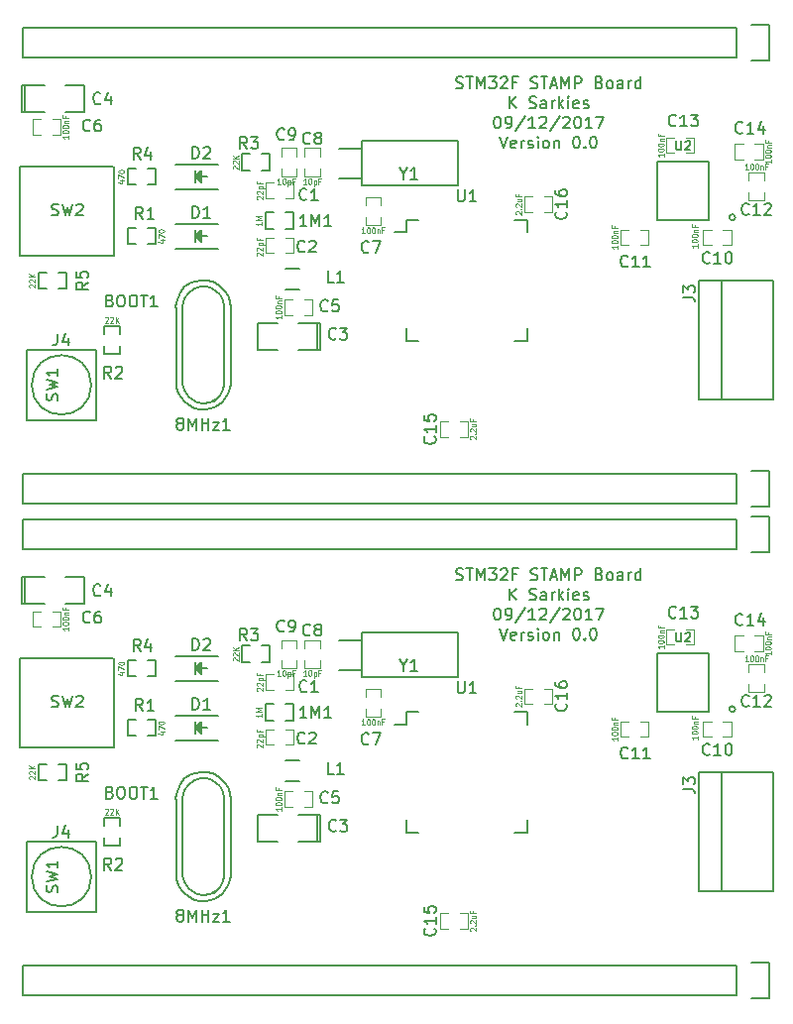
<source format=gto>
G04 #@! TF.FileFunction,Legend,Top*
%FSLAX46Y46*%
G04 Gerber Fmt 4.6, Leading zero omitted, Abs format (unit mm)*
G04 Created by KiCad (PCBNEW 4.0.7-e2-6376~58~ubuntu14.04.1) date Thu Jan 18 15:12:55 2018*
%MOMM*%
%LPD*%
G01*
G04 APERTURE LIST*
%ADD10C,0.100000*%
%ADD11C,0.200000*%
%ADD12C,0.119380*%
%ADD13C,0.150000*%
%ADD14C,0.127000*%
%ADD15C,0.203200*%
%ADD16C,0.114300*%
%ADD17C,0.152400*%
G04 APERTURE END LIST*
D10*
D11*
X152595237Y-38054762D02*
X152738094Y-38102381D01*
X152976190Y-38102381D01*
X153071428Y-38054762D01*
X153119047Y-38007143D01*
X153166666Y-37911905D01*
X153166666Y-37816667D01*
X153119047Y-37721429D01*
X153071428Y-37673810D01*
X152976190Y-37626190D01*
X152785713Y-37578571D01*
X152690475Y-37530952D01*
X152642856Y-37483333D01*
X152595237Y-37388095D01*
X152595237Y-37292857D01*
X152642856Y-37197619D01*
X152690475Y-37150000D01*
X152785713Y-37102381D01*
X153023809Y-37102381D01*
X153166666Y-37150000D01*
X153452380Y-37102381D02*
X154023809Y-37102381D01*
X153738094Y-38102381D02*
X153738094Y-37102381D01*
X154357142Y-38102381D02*
X154357142Y-37102381D01*
X154690476Y-37816667D01*
X155023809Y-37102381D01*
X155023809Y-38102381D01*
X155404761Y-37102381D02*
X156023809Y-37102381D01*
X155690475Y-37483333D01*
X155833333Y-37483333D01*
X155928571Y-37530952D01*
X155976190Y-37578571D01*
X156023809Y-37673810D01*
X156023809Y-37911905D01*
X155976190Y-38007143D01*
X155928571Y-38054762D01*
X155833333Y-38102381D01*
X155547618Y-38102381D01*
X155452380Y-38054762D01*
X155404761Y-38007143D01*
X156404761Y-37197619D02*
X156452380Y-37150000D01*
X156547618Y-37102381D01*
X156785714Y-37102381D01*
X156880952Y-37150000D01*
X156928571Y-37197619D01*
X156976190Y-37292857D01*
X156976190Y-37388095D01*
X156928571Y-37530952D01*
X156357142Y-38102381D01*
X156976190Y-38102381D01*
X157738095Y-37578571D02*
X157404761Y-37578571D01*
X157404761Y-38102381D02*
X157404761Y-37102381D01*
X157880952Y-37102381D01*
X158976190Y-38054762D02*
X159119047Y-38102381D01*
X159357143Y-38102381D01*
X159452381Y-38054762D01*
X159500000Y-38007143D01*
X159547619Y-37911905D01*
X159547619Y-37816667D01*
X159500000Y-37721429D01*
X159452381Y-37673810D01*
X159357143Y-37626190D01*
X159166666Y-37578571D01*
X159071428Y-37530952D01*
X159023809Y-37483333D01*
X158976190Y-37388095D01*
X158976190Y-37292857D01*
X159023809Y-37197619D01*
X159071428Y-37150000D01*
X159166666Y-37102381D01*
X159404762Y-37102381D01*
X159547619Y-37150000D01*
X159833333Y-37102381D02*
X160404762Y-37102381D01*
X160119047Y-38102381D02*
X160119047Y-37102381D01*
X160690476Y-37816667D02*
X161166667Y-37816667D01*
X160595238Y-38102381D02*
X160928571Y-37102381D01*
X161261905Y-38102381D01*
X161595238Y-38102381D02*
X161595238Y-37102381D01*
X161928572Y-37816667D01*
X162261905Y-37102381D01*
X162261905Y-38102381D01*
X162738095Y-38102381D02*
X162738095Y-37102381D01*
X163119048Y-37102381D01*
X163214286Y-37150000D01*
X163261905Y-37197619D01*
X163309524Y-37292857D01*
X163309524Y-37435714D01*
X163261905Y-37530952D01*
X163214286Y-37578571D01*
X163119048Y-37626190D01*
X162738095Y-37626190D01*
X164833334Y-37578571D02*
X164976191Y-37626190D01*
X165023810Y-37673810D01*
X165071429Y-37769048D01*
X165071429Y-37911905D01*
X165023810Y-38007143D01*
X164976191Y-38054762D01*
X164880953Y-38102381D01*
X164500000Y-38102381D01*
X164500000Y-37102381D01*
X164833334Y-37102381D01*
X164928572Y-37150000D01*
X164976191Y-37197619D01*
X165023810Y-37292857D01*
X165023810Y-37388095D01*
X164976191Y-37483333D01*
X164928572Y-37530952D01*
X164833334Y-37578571D01*
X164500000Y-37578571D01*
X165642857Y-38102381D02*
X165547619Y-38054762D01*
X165500000Y-38007143D01*
X165452381Y-37911905D01*
X165452381Y-37626190D01*
X165500000Y-37530952D01*
X165547619Y-37483333D01*
X165642857Y-37435714D01*
X165785715Y-37435714D01*
X165880953Y-37483333D01*
X165928572Y-37530952D01*
X165976191Y-37626190D01*
X165976191Y-37911905D01*
X165928572Y-38007143D01*
X165880953Y-38054762D01*
X165785715Y-38102381D01*
X165642857Y-38102381D01*
X166833334Y-38102381D02*
X166833334Y-37578571D01*
X166785715Y-37483333D01*
X166690477Y-37435714D01*
X166500000Y-37435714D01*
X166404762Y-37483333D01*
X166833334Y-38054762D02*
X166738096Y-38102381D01*
X166500000Y-38102381D01*
X166404762Y-38054762D01*
X166357143Y-37959524D01*
X166357143Y-37864286D01*
X166404762Y-37769048D01*
X166500000Y-37721429D01*
X166738096Y-37721429D01*
X166833334Y-37673810D01*
X167309524Y-38102381D02*
X167309524Y-37435714D01*
X167309524Y-37626190D02*
X167357143Y-37530952D01*
X167404762Y-37483333D01*
X167500000Y-37435714D01*
X167595239Y-37435714D01*
X168357144Y-38102381D02*
X168357144Y-37102381D01*
X168357144Y-38054762D02*
X168261906Y-38102381D01*
X168071429Y-38102381D01*
X167976191Y-38054762D01*
X167928572Y-38007143D01*
X167880953Y-37911905D01*
X167880953Y-37626190D01*
X167928572Y-37530952D01*
X167976191Y-37483333D01*
X168071429Y-37435714D01*
X168261906Y-37435714D01*
X168357144Y-37483333D01*
X157142857Y-39802381D02*
X157142857Y-38802381D01*
X157714286Y-39802381D02*
X157285714Y-39230952D01*
X157714286Y-38802381D02*
X157142857Y-39373810D01*
X158857143Y-39754762D02*
X159000000Y-39802381D01*
X159238096Y-39802381D01*
X159333334Y-39754762D01*
X159380953Y-39707143D01*
X159428572Y-39611905D01*
X159428572Y-39516667D01*
X159380953Y-39421429D01*
X159333334Y-39373810D01*
X159238096Y-39326190D01*
X159047619Y-39278571D01*
X158952381Y-39230952D01*
X158904762Y-39183333D01*
X158857143Y-39088095D01*
X158857143Y-38992857D01*
X158904762Y-38897619D01*
X158952381Y-38850000D01*
X159047619Y-38802381D01*
X159285715Y-38802381D01*
X159428572Y-38850000D01*
X160285715Y-39802381D02*
X160285715Y-39278571D01*
X160238096Y-39183333D01*
X160142858Y-39135714D01*
X159952381Y-39135714D01*
X159857143Y-39183333D01*
X160285715Y-39754762D02*
X160190477Y-39802381D01*
X159952381Y-39802381D01*
X159857143Y-39754762D01*
X159809524Y-39659524D01*
X159809524Y-39564286D01*
X159857143Y-39469048D01*
X159952381Y-39421429D01*
X160190477Y-39421429D01*
X160285715Y-39373810D01*
X160761905Y-39802381D02*
X160761905Y-39135714D01*
X160761905Y-39326190D02*
X160809524Y-39230952D01*
X160857143Y-39183333D01*
X160952381Y-39135714D01*
X161047620Y-39135714D01*
X161380953Y-39802381D02*
X161380953Y-38802381D01*
X161476191Y-39421429D02*
X161761906Y-39802381D01*
X161761906Y-39135714D02*
X161380953Y-39516667D01*
X162190477Y-39802381D02*
X162190477Y-39135714D01*
X162190477Y-38802381D02*
X162142858Y-38850000D01*
X162190477Y-38897619D01*
X162238096Y-38850000D01*
X162190477Y-38802381D01*
X162190477Y-38897619D01*
X163047620Y-39754762D02*
X162952382Y-39802381D01*
X162761905Y-39802381D01*
X162666667Y-39754762D01*
X162619048Y-39659524D01*
X162619048Y-39278571D01*
X162666667Y-39183333D01*
X162761905Y-39135714D01*
X162952382Y-39135714D01*
X163047620Y-39183333D01*
X163095239Y-39278571D01*
X163095239Y-39373810D01*
X162619048Y-39469048D01*
X163476191Y-39754762D02*
X163571429Y-39802381D01*
X163761905Y-39802381D01*
X163857144Y-39754762D01*
X163904763Y-39659524D01*
X163904763Y-39611905D01*
X163857144Y-39516667D01*
X163761905Y-39469048D01*
X163619048Y-39469048D01*
X163523810Y-39421429D01*
X163476191Y-39326190D01*
X163476191Y-39278571D01*
X163523810Y-39183333D01*
X163619048Y-39135714D01*
X163761905Y-39135714D01*
X163857144Y-39183333D01*
X156071428Y-40502381D02*
X156166667Y-40502381D01*
X156261905Y-40550000D01*
X156309524Y-40597619D01*
X156357143Y-40692857D01*
X156404762Y-40883333D01*
X156404762Y-41121429D01*
X156357143Y-41311905D01*
X156309524Y-41407143D01*
X156261905Y-41454762D01*
X156166667Y-41502381D01*
X156071428Y-41502381D01*
X155976190Y-41454762D01*
X155928571Y-41407143D01*
X155880952Y-41311905D01*
X155833333Y-41121429D01*
X155833333Y-40883333D01*
X155880952Y-40692857D01*
X155928571Y-40597619D01*
X155976190Y-40550000D01*
X156071428Y-40502381D01*
X156880952Y-41502381D02*
X157071428Y-41502381D01*
X157166667Y-41454762D01*
X157214286Y-41407143D01*
X157309524Y-41264286D01*
X157357143Y-41073810D01*
X157357143Y-40692857D01*
X157309524Y-40597619D01*
X157261905Y-40550000D01*
X157166667Y-40502381D01*
X156976190Y-40502381D01*
X156880952Y-40550000D01*
X156833333Y-40597619D01*
X156785714Y-40692857D01*
X156785714Y-40930952D01*
X156833333Y-41026190D01*
X156880952Y-41073810D01*
X156976190Y-41121429D01*
X157166667Y-41121429D01*
X157261905Y-41073810D01*
X157309524Y-41026190D01*
X157357143Y-40930952D01*
X158500000Y-40454762D02*
X157642857Y-41740476D01*
X159357143Y-41502381D02*
X158785714Y-41502381D01*
X159071428Y-41502381D02*
X159071428Y-40502381D01*
X158976190Y-40645238D01*
X158880952Y-40740476D01*
X158785714Y-40788095D01*
X159738095Y-40597619D02*
X159785714Y-40550000D01*
X159880952Y-40502381D01*
X160119048Y-40502381D01*
X160214286Y-40550000D01*
X160261905Y-40597619D01*
X160309524Y-40692857D01*
X160309524Y-40788095D01*
X160261905Y-40930952D01*
X159690476Y-41502381D01*
X160309524Y-41502381D01*
X161452381Y-40454762D02*
X160595238Y-41740476D01*
X161738095Y-40597619D02*
X161785714Y-40550000D01*
X161880952Y-40502381D01*
X162119048Y-40502381D01*
X162214286Y-40550000D01*
X162261905Y-40597619D01*
X162309524Y-40692857D01*
X162309524Y-40788095D01*
X162261905Y-40930952D01*
X161690476Y-41502381D01*
X162309524Y-41502381D01*
X162928571Y-40502381D02*
X163023810Y-40502381D01*
X163119048Y-40550000D01*
X163166667Y-40597619D01*
X163214286Y-40692857D01*
X163261905Y-40883333D01*
X163261905Y-41121429D01*
X163214286Y-41311905D01*
X163166667Y-41407143D01*
X163119048Y-41454762D01*
X163023810Y-41502381D01*
X162928571Y-41502381D01*
X162833333Y-41454762D01*
X162785714Y-41407143D01*
X162738095Y-41311905D01*
X162690476Y-41121429D01*
X162690476Y-40883333D01*
X162738095Y-40692857D01*
X162785714Y-40597619D01*
X162833333Y-40550000D01*
X162928571Y-40502381D01*
X164214286Y-41502381D02*
X163642857Y-41502381D01*
X163928571Y-41502381D02*
X163928571Y-40502381D01*
X163833333Y-40645238D01*
X163738095Y-40740476D01*
X163642857Y-40788095D01*
X164547619Y-40502381D02*
X165214286Y-40502381D01*
X164785714Y-41502381D01*
X156309524Y-42202381D02*
X156642857Y-43202381D01*
X156976191Y-42202381D01*
X157690477Y-43154762D02*
X157595239Y-43202381D01*
X157404762Y-43202381D01*
X157309524Y-43154762D01*
X157261905Y-43059524D01*
X157261905Y-42678571D01*
X157309524Y-42583333D01*
X157404762Y-42535714D01*
X157595239Y-42535714D01*
X157690477Y-42583333D01*
X157738096Y-42678571D01*
X157738096Y-42773810D01*
X157261905Y-42869048D01*
X158166667Y-43202381D02*
X158166667Y-42535714D01*
X158166667Y-42726190D02*
X158214286Y-42630952D01*
X158261905Y-42583333D01*
X158357143Y-42535714D01*
X158452382Y-42535714D01*
X158738096Y-43154762D02*
X158833334Y-43202381D01*
X159023810Y-43202381D01*
X159119049Y-43154762D01*
X159166668Y-43059524D01*
X159166668Y-43011905D01*
X159119049Y-42916667D01*
X159023810Y-42869048D01*
X158880953Y-42869048D01*
X158785715Y-42821429D01*
X158738096Y-42726190D01*
X158738096Y-42678571D01*
X158785715Y-42583333D01*
X158880953Y-42535714D01*
X159023810Y-42535714D01*
X159119049Y-42583333D01*
X159595239Y-43202381D02*
X159595239Y-42535714D01*
X159595239Y-42202381D02*
X159547620Y-42250000D01*
X159595239Y-42297619D01*
X159642858Y-42250000D01*
X159595239Y-42202381D01*
X159595239Y-42297619D01*
X160214286Y-43202381D02*
X160119048Y-43154762D01*
X160071429Y-43107143D01*
X160023810Y-43011905D01*
X160023810Y-42726190D01*
X160071429Y-42630952D01*
X160119048Y-42583333D01*
X160214286Y-42535714D01*
X160357144Y-42535714D01*
X160452382Y-42583333D01*
X160500001Y-42630952D01*
X160547620Y-42726190D01*
X160547620Y-43011905D01*
X160500001Y-43107143D01*
X160452382Y-43154762D01*
X160357144Y-43202381D01*
X160214286Y-43202381D01*
X160976191Y-42535714D02*
X160976191Y-43202381D01*
X160976191Y-42630952D02*
X161023810Y-42583333D01*
X161119048Y-42535714D01*
X161261906Y-42535714D01*
X161357144Y-42583333D01*
X161404763Y-42678571D01*
X161404763Y-43202381D01*
X162833334Y-42202381D02*
X162928573Y-42202381D01*
X163023811Y-42250000D01*
X163071430Y-42297619D01*
X163119049Y-42392857D01*
X163166668Y-42583333D01*
X163166668Y-42821429D01*
X163119049Y-43011905D01*
X163071430Y-43107143D01*
X163023811Y-43154762D01*
X162928573Y-43202381D01*
X162833334Y-43202381D01*
X162738096Y-43154762D01*
X162690477Y-43107143D01*
X162642858Y-43011905D01*
X162595239Y-42821429D01*
X162595239Y-42583333D01*
X162642858Y-42392857D01*
X162690477Y-42297619D01*
X162738096Y-42250000D01*
X162833334Y-42202381D01*
X163595239Y-43107143D02*
X163642858Y-43154762D01*
X163595239Y-43202381D01*
X163547620Y-43154762D01*
X163595239Y-43107143D01*
X163595239Y-43202381D01*
X164261905Y-42202381D02*
X164357144Y-42202381D01*
X164452382Y-42250000D01*
X164500001Y-42297619D01*
X164547620Y-42392857D01*
X164595239Y-42583333D01*
X164595239Y-42821429D01*
X164547620Y-43011905D01*
X164500001Y-43107143D01*
X164452382Y-43154762D01*
X164357144Y-43202381D01*
X164261905Y-43202381D01*
X164166667Y-43154762D01*
X164119048Y-43107143D01*
X164071429Y-43011905D01*
X164023810Y-42821429D01*
X164023810Y-42583333D01*
X164071429Y-42392857D01*
X164119048Y-42297619D01*
X164166667Y-42250000D01*
X164261905Y-42202381D01*
X152595237Y-80054762D02*
X152738094Y-80102381D01*
X152976190Y-80102381D01*
X153071428Y-80054762D01*
X153119047Y-80007143D01*
X153166666Y-79911905D01*
X153166666Y-79816667D01*
X153119047Y-79721429D01*
X153071428Y-79673810D01*
X152976190Y-79626190D01*
X152785713Y-79578571D01*
X152690475Y-79530952D01*
X152642856Y-79483333D01*
X152595237Y-79388095D01*
X152595237Y-79292857D01*
X152642856Y-79197619D01*
X152690475Y-79150000D01*
X152785713Y-79102381D01*
X153023809Y-79102381D01*
X153166666Y-79150000D01*
X153452380Y-79102381D02*
X154023809Y-79102381D01*
X153738094Y-80102381D02*
X153738094Y-79102381D01*
X154357142Y-80102381D02*
X154357142Y-79102381D01*
X154690476Y-79816667D01*
X155023809Y-79102381D01*
X155023809Y-80102381D01*
X155404761Y-79102381D02*
X156023809Y-79102381D01*
X155690475Y-79483333D01*
X155833333Y-79483333D01*
X155928571Y-79530952D01*
X155976190Y-79578571D01*
X156023809Y-79673810D01*
X156023809Y-79911905D01*
X155976190Y-80007143D01*
X155928571Y-80054762D01*
X155833333Y-80102381D01*
X155547618Y-80102381D01*
X155452380Y-80054762D01*
X155404761Y-80007143D01*
X156404761Y-79197619D02*
X156452380Y-79150000D01*
X156547618Y-79102381D01*
X156785714Y-79102381D01*
X156880952Y-79150000D01*
X156928571Y-79197619D01*
X156976190Y-79292857D01*
X156976190Y-79388095D01*
X156928571Y-79530952D01*
X156357142Y-80102381D01*
X156976190Y-80102381D01*
X157738095Y-79578571D02*
X157404761Y-79578571D01*
X157404761Y-80102381D02*
X157404761Y-79102381D01*
X157880952Y-79102381D01*
X158976190Y-80054762D02*
X159119047Y-80102381D01*
X159357143Y-80102381D01*
X159452381Y-80054762D01*
X159500000Y-80007143D01*
X159547619Y-79911905D01*
X159547619Y-79816667D01*
X159500000Y-79721429D01*
X159452381Y-79673810D01*
X159357143Y-79626190D01*
X159166666Y-79578571D01*
X159071428Y-79530952D01*
X159023809Y-79483333D01*
X158976190Y-79388095D01*
X158976190Y-79292857D01*
X159023809Y-79197619D01*
X159071428Y-79150000D01*
X159166666Y-79102381D01*
X159404762Y-79102381D01*
X159547619Y-79150000D01*
X159833333Y-79102381D02*
X160404762Y-79102381D01*
X160119047Y-80102381D02*
X160119047Y-79102381D01*
X160690476Y-79816667D02*
X161166667Y-79816667D01*
X160595238Y-80102381D02*
X160928571Y-79102381D01*
X161261905Y-80102381D01*
X161595238Y-80102381D02*
X161595238Y-79102381D01*
X161928572Y-79816667D01*
X162261905Y-79102381D01*
X162261905Y-80102381D01*
X162738095Y-80102381D02*
X162738095Y-79102381D01*
X163119048Y-79102381D01*
X163214286Y-79150000D01*
X163261905Y-79197619D01*
X163309524Y-79292857D01*
X163309524Y-79435714D01*
X163261905Y-79530952D01*
X163214286Y-79578571D01*
X163119048Y-79626190D01*
X162738095Y-79626190D01*
X164833334Y-79578571D02*
X164976191Y-79626190D01*
X165023810Y-79673810D01*
X165071429Y-79769048D01*
X165071429Y-79911905D01*
X165023810Y-80007143D01*
X164976191Y-80054762D01*
X164880953Y-80102381D01*
X164500000Y-80102381D01*
X164500000Y-79102381D01*
X164833334Y-79102381D01*
X164928572Y-79150000D01*
X164976191Y-79197619D01*
X165023810Y-79292857D01*
X165023810Y-79388095D01*
X164976191Y-79483333D01*
X164928572Y-79530952D01*
X164833334Y-79578571D01*
X164500000Y-79578571D01*
X165642857Y-80102381D02*
X165547619Y-80054762D01*
X165500000Y-80007143D01*
X165452381Y-79911905D01*
X165452381Y-79626190D01*
X165500000Y-79530952D01*
X165547619Y-79483333D01*
X165642857Y-79435714D01*
X165785715Y-79435714D01*
X165880953Y-79483333D01*
X165928572Y-79530952D01*
X165976191Y-79626190D01*
X165976191Y-79911905D01*
X165928572Y-80007143D01*
X165880953Y-80054762D01*
X165785715Y-80102381D01*
X165642857Y-80102381D01*
X166833334Y-80102381D02*
X166833334Y-79578571D01*
X166785715Y-79483333D01*
X166690477Y-79435714D01*
X166500000Y-79435714D01*
X166404762Y-79483333D01*
X166833334Y-80054762D02*
X166738096Y-80102381D01*
X166500000Y-80102381D01*
X166404762Y-80054762D01*
X166357143Y-79959524D01*
X166357143Y-79864286D01*
X166404762Y-79769048D01*
X166500000Y-79721429D01*
X166738096Y-79721429D01*
X166833334Y-79673810D01*
X167309524Y-80102381D02*
X167309524Y-79435714D01*
X167309524Y-79626190D02*
X167357143Y-79530952D01*
X167404762Y-79483333D01*
X167500000Y-79435714D01*
X167595239Y-79435714D01*
X168357144Y-80102381D02*
X168357144Y-79102381D01*
X168357144Y-80054762D02*
X168261906Y-80102381D01*
X168071429Y-80102381D01*
X167976191Y-80054762D01*
X167928572Y-80007143D01*
X167880953Y-79911905D01*
X167880953Y-79626190D01*
X167928572Y-79530952D01*
X167976191Y-79483333D01*
X168071429Y-79435714D01*
X168261906Y-79435714D01*
X168357144Y-79483333D01*
X157142857Y-81802381D02*
X157142857Y-80802381D01*
X157714286Y-81802381D02*
X157285714Y-81230952D01*
X157714286Y-80802381D02*
X157142857Y-81373810D01*
X158857143Y-81754762D02*
X159000000Y-81802381D01*
X159238096Y-81802381D01*
X159333334Y-81754762D01*
X159380953Y-81707143D01*
X159428572Y-81611905D01*
X159428572Y-81516667D01*
X159380953Y-81421429D01*
X159333334Y-81373810D01*
X159238096Y-81326190D01*
X159047619Y-81278571D01*
X158952381Y-81230952D01*
X158904762Y-81183333D01*
X158857143Y-81088095D01*
X158857143Y-80992857D01*
X158904762Y-80897619D01*
X158952381Y-80850000D01*
X159047619Y-80802381D01*
X159285715Y-80802381D01*
X159428572Y-80850000D01*
X160285715Y-81802381D02*
X160285715Y-81278571D01*
X160238096Y-81183333D01*
X160142858Y-81135714D01*
X159952381Y-81135714D01*
X159857143Y-81183333D01*
X160285715Y-81754762D02*
X160190477Y-81802381D01*
X159952381Y-81802381D01*
X159857143Y-81754762D01*
X159809524Y-81659524D01*
X159809524Y-81564286D01*
X159857143Y-81469048D01*
X159952381Y-81421429D01*
X160190477Y-81421429D01*
X160285715Y-81373810D01*
X160761905Y-81802381D02*
X160761905Y-81135714D01*
X160761905Y-81326190D02*
X160809524Y-81230952D01*
X160857143Y-81183333D01*
X160952381Y-81135714D01*
X161047620Y-81135714D01*
X161380953Y-81802381D02*
X161380953Y-80802381D01*
X161476191Y-81421429D02*
X161761906Y-81802381D01*
X161761906Y-81135714D02*
X161380953Y-81516667D01*
X162190477Y-81802381D02*
X162190477Y-81135714D01*
X162190477Y-80802381D02*
X162142858Y-80850000D01*
X162190477Y-80897619D01*
X162238096Y-80850000D01*
X162190477Y-80802381D01*
X162190477Y-80897619D01*
X163047620Y-81754762D02*
X162952382Y-81802381D01*
X162761905Y-81802381D01*
X162666667Y-81754762D01*
X162619048Y-81659524D01*
X162619048Y-81278571D01*
X162666667Y-81183333D01*
X162761905Y-81135714D01*
X162952382Y-81135714D01*
X163047620Y-81183333D01*
X163095239Y-81278571D01*
X163095239Y-81373810D01*
X162619048Y-81469048D01*
X163476191Y-81754762D02*
X163571429Y-81802381D01*
X163761905Y-81802381D01*
X163857144Y-81754762D01*
X163904763Y-81659524D01*
X163904763Y-81611905D01*
X163857144Y-81516667D01*
X163761905Y-81469048D01*
X163619048Y-81469048D01*
X163523810Y-81421429D01*
X163476191Y-81326190D01*
X163476191Y-81278571D01*
X163523810Y-81183333D01*
X163619048Y-81135714D01*
X163761905Y-81135714D01*
X163857144Y-81183333D01*
X156071428Y-82502381D02*
X156166667Y-82502381D01*
X156261905Y-82550000D01*
X156309524Y-82597619D01*
X156357143Y-82692857D01*
X156404762Y-82883333D01*
X156404762Y-83121429D01*
X156357143Y-83311905D01*
X156309524Y-83407143D01*
X156261905Y-83454762D01*
X156166667Y-83502381D01*
X156071428Y-83502381D01*
X155976190Y-83454762D01*
X155928571Y-83407143D01*
X155880952Y-83311905D01*
X155833333Y-83121429D01*
X155833333Y-82883333D01*
X155880952Y-82692857D01*
X155928571Y-82597619D01*
X155976190Y-82550000D01*
X156071428Y-82502381D01*
X156880952Y-83502381D02*
X157071428Y-83502381D01*
X157166667Y-83454762D01*
X157214286Y-83407143D01*
X157309524Y-83264286D01*
X157357143Y-83073810D01*
X157357143Y-82692857D01*
X157309524Y-82597619D01*
X157261905Y-82550000D01*
X157166667Y-82502381D01*
X156976190Y-82502381D01*
X156880952Y-82550000D01*
X156833333Y-82597619D01*
X156785714Y-82692857D01*
X156785714Y-82930952D01*
X156833333Y-83026190D01*
X156880952Y-83073810D01*
X156976190Y-83121429D01*
X157166667Y-83121429D01*
X157261905Y-83073810D01*
X157309524Y-83026190D01*
X157357143Y-82930952D01*
X158500000Y-82454762D02*
X157642857Y-83740476D01*
X159357143Y-83502381D02*
X158785714Y-83502381D01*
X159071428Y-83502381D02*
X159071428Y-82502381D01*
X158976190Y-82645238D01*
X158880952Y-82740476D01*
X158785714Y-82788095D01*
X159738095Y-82597619D02*
X159785714Y-82550000D01*
X159880952Y-82502381D01*
X160119048Y-82502381D01*
X160214286Y-82550000D01*
X160261905Y-82597619D01*
X160309524Y-82692857D01*
X160309524Y-82788095D01*
X160261905Y-82930952D01*
X159690476Y-83502381D01*
X160309524Y-83502381D01*
X161452381Y-82454762D02*
X160595238Y-83740476D01*
X161738095Y-82597619D02*
X161785714Y-82550000D01*
X161880952Y-82502381D01*
X162119048Y-82502381D01*
X162214286Y-82550000D01*
X162261905Y-82597619D01*
X162309524Y-82692857D01*
X162309524Y-82788095D01*
X162261905Y-82930952D01*
X161690476Y-83502381D01*
X162309524Y-83502381D01*
X162928571Y-82502381D02*
X163023810Y-82502381D01*
X163119048Y-82550000D01*
X163166667Y-82597619D01*
X163214286Y-82692857D01*
X163261905Y-82883333D01*
X163261905Y-83121429D01*
X163214286Y-83311905D01*
X163166667Y-83407143D01*
X163119048Y-83454762D01*
X163023810Y-83502381D01*
X162928571Y-83502381D01*
X162833333Y-83454762D01*
X162785714Y-83407143D01*
X162738095Y-83311905D01*
X162690476Y-83121429D01*
X162690476Y-82883333D01*
X162738095Y-82692857D01*
X162785714Y-82597619D01*
X162833333Y-82550000D01*
X162928571Y-82502381D01*
X164214286Y-83502381D02*
X163642857Y-83502381D01*
X163928571Y-83502381D02*
X163928571Y-82502381D01*
X163833333Y-82645238D01*
X163738095Y-82740476D01*
X163642857Y-82788095D01*
X164547619Y-82502381D02*
X165214286Y-82502381D01*
X164785714Y-83502381D01*
X156309524Y-84202381D02*
X156642857Y-85202381D01*
X156976191Y-84202381D01*
X157690477Y-85154762D02*
X157595239Y-85202381D01*
X157404762Y-85202381D01*
X157309524Y-85154762D01*
X157261905Y-85059524D01*
X157261905Y-84678571D01*
X157309524Y-84583333D01*
X157404762Y-84535714D01*
X157595239Y-84535714D01*
X157690477Y-84583333D01*
X157738096Y-84678571D01*
X157738096Y-84773810D01*
X157261905Y-84869048D01*
X158166667Y-85202381D02*
X158166667Y-84535714D01*
X158166667Y-84726190D02*
X158214286Y-84630952D01*
X158261905Y-84583333D01*
X158357143Y-84535714D01*
X158452382Y-84535714D01*
X158738096Y-85154762D02*
X158833334Y-85202381D01*
X159023810Y-85202381D01*
X159119049Y-85154762D01*
X159166668Y-85059524D01*
X159166668Y-85011905D01*
X159119049Y-84916667D01*
X159023810Y-84869048D01*
X158880953Y-84869048D01*
X158785715Y-84821429D01*
X158738096Y-84726190D01*
X158738096Y-84678571D01*
X158785715Y-84583333D01*
X158880953Y-84535714D01*
X159023810Y-84535714D01*
X159119049Y-84583333D01*
X159595239Y-85202381D02*
X159595239Y-84535714D01*
X159595239Y-84202381D02*
X159547620Y-84250000D01*
X159595239Y-84297619D01*
X159642858Y-84250000D01*
X159595239Y-84202381D01*
X159595239Y-84297619D01*
X160214286Y-85202381D02*
X160119048Y-85154762D01*
X160071429Y-85107143D01*
X160023810Y-85011905D01*
X160023810Y-84726190D01*
X160071429Y-84630952D01*
X160119048Y-84583333D01*
X160214286Y-84535714D01*
X160357144Y-84535714D01*
X160452382Y-84583333D01*
X160500001Y-84630952D01*
X160547620Y-84726190D01*
X160547620Y-85011905D01*
X160500001Y-85107143D01*
X160452382Y-85154762D01*
X160357144Y-85202381D01*
X160214286Y-85202381D01*
X160976191Y-84535714D02*
X160976191Y-85202381D01*
X160976191Y-84630952D02*
X161023810Y-84583333D01*
X161119048Y-84535714D01*
X161261906Y-84535714D01*
X161357144Y-84583333D01*
X161404763Y-84678571D01*
X161404763Y-85202381D01*
X162833334Y-84202381D02*
X162928573Y-84202381D01*
X163023811Y-84250000D01*
X163071430Y-84297619D01*
X163119049Y-84392857D01*
X163166668Y-84583333D01*
X163166668Y-84821429D01*
X163119049Y-85011905D01*
X163071430Y-85107143D01*
X163023811Y-85154762D01*
X162928573Y-85202381D01*
X162833334Y-85202381D01*
X162738096Y-85154762D01*
X162690477Y-85107143D01*
X162642858Y-85011905D01*
X162595239Y-84821429D01*
X162595239Y-84583333D01*
X162642858Y-84392857D01*
X162690477Y-84297619D01*
X162738096Y-84250000D01*
X162833334Y-84202381D01*
X163595239Y-85107143D02*
X163642858Y-85154762D01*
X163595239Y-85202381D01*
X163547620Y-85154762D01*
X163595239Y-85107143D01*
X163595239Y-85202381D01*
X164261905Y-84202381D02*
X164357144Y-84202381D01*
X164452382Y-84250000D01*
X164500001Y-84297619D01*
X164547620Y-84392857D01*
X164595239Y-84583333D01*
X164595239Y-84821429D01*
X164547620Y-85011905D01*
X164500001Y-85107143D01*
X164452382Y-85154762D01*
X164357144Y-85202381D01*
X164261905Y-85202381D01*
X164166667Y-85154762D01*
X164119048Y-85107143D01*
X164071429Y-85011905D01*
X164023810Y-84821429D01*
X164023810Y-84583333D01*
X164071429Y-84392857D01*
X164119048Y-84297619D01*
X164166667Y-84250000D01*
X164261905Y-84202381D01*
D12*
X160100380Y-48650240D02*
X160798880Y-48650240D01*
X159099620Y-48650240D02*
X158401120Y-48650240D01*
X160100380Y-47349760D02*
X160798880Y-47349760D01*
X158401120Y-47349760D02*
X159099620Y-47349760D01*
X160798880Y-47365000D02*
X160798880Y-48635000D01*
X158401120Y-48635000D02*
X158401120Y-47365000D01*
X151899620Y-66549760D02*
X151201120Y-66549760D01*
X152900380Y-66549760D02*
X153598880Y-66549760D01*
X151899620Y-67850240D02*
X151201120Y-67850240D01*
X153598880Y-67850240D02*
X152900380Y-67850240D01*
X151201120Y-67835000D02*
X151201120Y-66565000D01*
X153598880Y-66565000D02*
X153598880Y-67835000D01*
D13*
X123337000Y-44790000D02*
X123337000Y-52417000D01*
X123337000Y-52417000D02*
X115329000Y-52417000D01*
X115329000Y-52417000D02*
X115329000Y-44790000D01*
X115329000Y-44790000D02*
X123270000Y-44790000D01*
D14*
X117609620Y-53821500D02*
X116903500Y-53821500D01*
X116903500Y-53821500D02*
X116903500Y-55218500D01*
X116903500Y-55218500D02*
X117609620Y-55218500D01*
X119316500Y-53821500D02*
X118610380Y-53821500D01*
X119316500Y-53821500D02*
X119316500Y-55218500D01*
X119316500Y-55218500D02*
X118610380Y-55218500D01*
D13*
X179705000Y-64680000D02*
X179705000Y-54520000D01*
X175260000Y-64680000D02*
X175260000Y-54520000D01*
X173355000Y-64680000D02*
X173355000Y-54520000D01*
X173355000Y-64680000D02*
X179705000Y-64680000D01*
X173355000Y-54520000D02*
X179705000Y-54520000D01*
X144505000Y-46405000D02*
X144505000Y-42595000D01*
X144505000Y-42595000D02*
X152760000Y-42595000D01*
X152760000Y-42595000D02*
X152760000Y-46405000D01*
X152760000Y-46405000D02*
X144505000Y-46405000D01*
X142600000Y-45770000D02*
X144505000Y-45770000D01*
X142600000Y-43230000D02*
X144505000Y-43230000D01*
D15*
X176435000Y-49106000D02*
G75*
G03X176435000Y-49106000I-254000J0D01*
G01*
X169790360Y-49319360D02*
X174189640Y-49319360D01*
X174189640Y-49319360D02*
X174189640Y-44320640D01*
X174189640Y-44320640D02*
X169790360Y-44320640D01*
X169790360Y-44320640D02*
X169790360Y-49319360D01*
D13*
X148325000Y-49325000D02*
X148325000Y-50400000D01*
X158675000Y-49325000D02*
X158675000Y-50400000D01*
X158675000Y-59675000D02*
X158675000Y-58600000D01*
X148325000Y-59675000D02*
X148325000Y-58600000D01*
X148325000Y-49325000D02*
X149400000Y-49325000D01*
X148325000Y-59675000D02*
X149400000Y-59675000D01*
X158675000Y-59675000D02*
X157600000Y-59675000D01*
X158675000Y-49325000D02*
X157600000Y-49325000D01*
X148325000Y-50400000D02*
X147300000Y-50400000D01*
X121430000Y-63420000D02*
G75*
G03X121430000Y-63420000I-2540000J0D01*
G01*
X115890000Y-66420000D02*
X115890000Y-60420000D01*
X115890000Y-60420000D02*
X121890000Y-60420000D01*
X121890000Y-60420000D02*
X121890000Y-66420000D01*
X115890000Y-66420000D02*
X121890000Y-66420000D01*
D14*
X125229620Y-44931500D02*
X124523500Y-44931500D01*
X124523500Y-44931500D02*
X124523500Y-46328500D01*
X124523500Y-46328500D02*
X125229620Y-46328500D01*
X126936500Y-44931500D02*
X126230380Y-44931500D01*
X126936500Y-44931500D02*
X126936500Y-46328500D01*
X126936500Y-46328500D02*
X126230380Y-46328500D01*
X134999620Y-43701500D02*
X134293500Y-43701500D01*
X134293500Y-43701500D02*
X134293500Y-45098500D01*
X134293500Y-45098500D02*
X134999620Y-45098500D01*
X136706500Y-43701500D02*
X136000380Y-43701500D01*
X136706500Y-43701500D02*
X136706500Y-45098500D01*
X136706500Y-45098500D02*
X136000380Y-45098500D01*
X123888500Y-59099620D02*
X123888500Y-58393500D01*
X123888500Y-58393500D02*
X122491500Y-58393500D01*
X122491500Y-58393500D02*
X122491500Y-59099620D01*
X123888500Y-60806500D02*
X123888500Y-60100380D01*
X123888500Y-60806500D02*
X122491500Y-60806500D01*
X122491500Y-60806500D02*
X122491500Y-60100380D01*
X126230380Y-51408500D02*
X126936500Y-51408500D01*
X126936500Y-51408500D02*
X126936500Y-50011500D01*
X126936500Y-50011500D02*
X126230380Y-50011500D01*
X124523500Y-51408500D02*
X125229620Y-51408500D01*
X124523500Y-51408500D02*
X124523500Y-50011500D01*
X124523500Y-50011500D02*
X125229620Y-50011500D01*
D13*
X139200000Y-55275000D02*
X138000000Y-55275000D01*
X138000000Y-53525000D02*
X139200000Y-53525000D01*
X176530000Y-71030000D02*
X115570000Y-71030000D01*
X115570000Y-71030000D02*
X115570000Y-73570000D01*
X115570000Y-73570000D02*
X176530000Y-73570000D01*
X179350000Y-73850000D02*
X177800000Y-73850000D01*
X176530000Y-73570000D02*
X176530000Y-71030000D01*
X177800000Y-70750000D02*
X179350000Y-70750000D01*
X179350000Y-70750000D02*
X179350000Y-73850000D01*
X176530000Y-32930000D02*
X115570000Y-32930000D01*
X115570000Y-32930000D02*
X115570000Y-35470000D01*
X115570000Y-35470000D02*
X176530000Y-35470000D01*
X179350000Y-35750000D02*
X177800000Y-35750000D01*
X176530000Y-35470000D02*
X176530000Y-32930000D01*
X177800000Y-32650000D02*
X179350000Y-32650000D01*
X179350000Y-32650000D02*
X179350000Y-35750000D01*
X128660000Y-46680000D02*
X132260000Y-46680000D01*
X128660000Y-44580000D02*
X132260000Y-44580000D01*
X130710000Y-45330000D02*
X130710000Y-45930000D01*
X130710000Y-45930000D02*
X130410000Y-45630000D01*
X130410000Y-45630000D02*
X130610000Y-45430000D01*
X130610000Y-45430000D02*
X130610000Y-45680000D01*
X130610000Y-45680000D02*
X130560000Y-45630000D01*
X130310000Y-45130000D02*
X130310000Y-46130000D01*
X130810000Y-45630000D02*
X131310000Y-45630000D01*
X130310000Y-45630000D02*
X130810000Y-45130000D01*
X130810000Y-45130000D02*
X130810000Y-46130000D01*
X130810000Y-46130000D02*
X130310000Y-45630000D01*
X128660000Y-51760000D02*
X132260000Y-51760000D01*
X128660000Y-49660000D02*
X132260000Y-49660000D01*
X130710000Y-50410000D02*
X130710000Y-51010000D01*
X130710000Y-51010000D02*
X130410000Y-50710000D01*
X130410000Y-50710000D02*
X130610000Y-50510000D01*
X130610000Y-50510000D02*
X130610000Y-50760000D01*
X130610000Y-50760000D02*
X130560000Y-50710000D01*
X130310000Y-50210000D02*
X130310000Y-51210000D01*
X130810000Y-50710000D02*
X131310000Y-50710000D01*
X130310000Y-50710000D02*
X130810000Y-50210000D01*
X130810000Y-50210000D02*
X130810000Y-51210000D01*
X130810000Y-51210000D02*
X130310000Y-50710000D01*
D12*
X177099620Y-42849760D02*
X176401120Y-42849760D01*
X178100380Y-42849760D02*
X178798880Y-42849760D01*
X177099620Y-44150240D02*
X176401120Y-44150240D01*
X178798880Y-44150240D02*
X178100380Y-44150240D01*
X176401120Y-44135000D02*
X176401120Y-42865000D01*
X178798880Y-42865000D02*
X178798880Y-44135000D01*
X172250380Y-43600240D02*
X172948880Y-43600240D01*
X171249620Y-43600240D02*
X170551120Y-43600240D01*
X172250380Y-42299760D02*
X172948880Y-42299760D01*
X170551120Y-42299760D02*
X171249620Y-42299760D01*
X172948880Y-42315000D02*
X172948880Y-43585000D01*
X170551120Y-43585000D02*
X170551120Y-42315000D01*
X177599760Y-46950380D02*
X177599760Y-47648880D01*
X177599760Y-45949620D02*
X177599760Y-45251120D01*
X178900240Y-46950380D02*
X178900240Y-47648880D01*
X178900240Y-45251120D02*
X178900240Y-45949620D01*
X178885000Y-47648880D02*
X177615000Y-47648880D01*
X177615000Y-45251120D02*
X178885000Y-45251120D01*
X168300380Y-51450240D02*
X168998880Y-51450240D01*
X167299620Y-51450240D02*
X166601120Y-51450240D01*
X168300380Y-50149760D02*
X168998880Y-50149760D01*
X166601120Y-50149760D02*
X167299620Y-50149760D01*
X168998880Y-50165000D02*
X168998880Y-51435000D01*
X166601120Y-51435000D02*
X166601120Y-50165000D01*
X174399620Y-50149760D02*
X173701120Y-50149760D01*
X175400380Y-50149760D02*
X176098880Y-50149760D01*
X174399620Y-51450240D02*
X173701120Y-51450240D01*
X176098880Y-51450240D02*
X175400380Y-51450240D01*
X173701120Y-51435000D02*
X173701120Y-50165000D01*
X176098880Y-50165000D02*
X176098880Y-51435000D01*
X137649760Y-44900380D02*
X137649760Y-45598880D01*
X137649760Y-43899620D02*
X137649760Y-43201120D01*
X138950240Y-44900380D02*
X138950240Y-45598880D01*
X138950240Y-43201120D02*
X138950240Y-43899620D01*
X138935000Y-45598880D02*
X137665000Y-45598880D01*
X137665000Y-43201120D02*
X138935000Y-43201120D01*
X140950240Y-43899620D02*
X140950240Y-43201120D01*
X140950240Y-44900380D02*
X140950240Y-45598880D01*
X139649760Y-43899620D02*
X139649760Y-43201120D01*
X139649760Y-45598880D02*
X139649760Y-44900380D01*
X139665000Y-43201120D02*
X140935000Y-43201120D01*
X140935000Y-45598880D02*
X139665000Y-45598880D01*
X146150240Y-48099620D02*
X146150240Y-47401120D01*
X146150240Y-49100380D02*
X146150240Y-49798880D01*
X144849760Y-48099620D02*
X144849760Y-47401120D01*
X144849760Y-49798880D02*
X144849760Y-49100380D01*
X144865000Y-47401120D02*
X146135000Y-47401120D01*
X146135000Y-49798880D02*
X144865000Y-49798880D01*
X117099620Y-40749760D02*
X116401120Y-40749760D01*
X118100380Y-40749760D02*
X118798880Y-40749760D01*
X117099620Y-42050240D02*
X116401120Y-42050240D01*
X118798880Y-42050240D02*
X118100380Y-42050240D01*
X116401120Y-42035000D02*
X116401120Y-40765000D01*
X118798880Y-40765000D02*
X118798880Y-42035000D01*
X139600380Y-57450240D02*
X140298880Y-57450240D01*
X138599620Y-57450240D02*
X137901120Y-57450240D01*
X139600380Y-56149760D02*
X140298880Y-56149760D01*
X137901120Y-56149760D02*
X138599620Y-56149760D01*
X140298880Y-56165000D02*
X140298880Y-57435000D01*
X137901120Y-57435000D02*
X137901120Y-56165000D01*
D14*
X115760000Y-37857000D02*
X115506000Y-37857000D01*
X115506000Y-37857000D02*
X115506000Y-40143000D01*
X115506000Y-40143000D02*
X115760000Y-40143000D01*
X115760000Y-37857000D02*
X115760000Y-40143000D01*
X115760000Y-40143000D02*
X117411000Y-40143000D01*
X119189000Y-37857000D02*
X120840000Y-37857000D01*
X120840000Y-37857000D02*
X120840000Y-40143000D01*
X120840000Y-40143000D02*
X119189000Y-40143000D01*
X117411000Y-37857000D02*
X115760000Y-37857000D01*
X140740000Y-60443000D02*
X140994000Y-60443000D01*
X140994000Y-60443000D02*
X140994000Y-58157000D01*
X140994000Y-58157000D02*
X140740000Y-58157000D01*
X140740000Y-60443000D02*
X140740000Y-58157000D01*
X140740000Y-58157000D02*
X139089000Y-58157000D01*
X137311000Y-60443000D02*
X135660000Y-60443000D01*
X135660000Y-60443000D02*
X135660000Y-58157000D01*
X135660000Y-58157000D02*
X137311000Y-58157000D01*
X139089000Y-60443000D02*
X140740000Y-60443000D01*
D12*
X136999620Y-50849760D02*
X136301120Y-50849760D01*
X138000380Y-50849760D02*
X138698880Y-50849760D01*
X136999620Y-52150240D02*
X136301120Y-52150240D01*
X138698880Y-52150240D02*
X138000380Y-52150240D01*
X136301120Y-52135000D02*
X136301120Y-50865000D01*
X138698880Y-50865000D02*
X138698880Y-52135000D01*
X138000380Y-47450240D02*
X138698880Y-47450240D01*
X136999620Y-47450240D02*
X136301120Y-47450240D01*
X138000380Y-46149760D02*
X138698880Y-46149760D01*
X136301120Y-46149760D02*
X136999620Y-46149760D01*
X138698880Y-46165000D02*
X138698880Y-47435000D01*
X136301120Y-47435000D02*
X136301120Y-46165000D01*
D13*
X132000760Y-64699000D02*
X131599440Y-64899660D01*
X131599440Y-64899660D02*
X131000000Y-65001260D01*
X131000000Y-65001260D02*
X130499620Y-64899660D01*
X130499620Y-64899660D02*
X129801120Y-64500880D01*
X129801120Y-64500880D02*
X129399800Y-63898900D01*
X129399800Y-63898900D02*
X129199140Y-63299460D01*
X129199140Y-63299460D02*
X129199140Y-56700540D01*
X129199140Y-56700540D02*
X129399800Y-55999500D01*
X129399800Y-55999500D02*
X129699520Y-55600720D01*
X129699520Y-55600720D02*
X130199900Y-55199400D01*
X130199900Y-55199400D02*
X130799340Y-54998740D01*
X130799340Y-54998740D02*
X131299720Y-54998740D01*
X131299720Y-54998740D02*
X131800100Y-55199400D01*
X131800100Y-55199400D02*
X132399540Y-55699780D01*
X132399540Y-55699780D02*
X132699260Y-56200160D01*
X132699260Y-56200160D02*
X132800860Y-56700540D01*
X132800860Y-56799600D02*
X132800860Y-63401060D01*
X132800860Y-63401060D02*
X132699260Y-63799840D01*
X132699260Y-63799840D02*
X132399540Y-64300220D01*
X132399540Y-64300220D02*
X131899160Y-64800600D01*
X133329180Y-56809760D02*
X133280920Y-56350020D01*
X133280920Y-56350020D02*
X133169160Y-55951240D01*
X133169160Y-55951240D02*
X132950720Y-55519440D01*
X132950720Y-55519440D02*
X132719580Y-55229880D01*
X132719580Y-55229880D02*
X132369060Y-54899680D01*
X132369060Y-54899680D02*
X131830580Y-54610120D01*
X131830580Y-54610120D02*
X131231140Y-54480580D01*
X131231140Y-54480580D02*
X130720600Y-54480580D01*
X130720600Y-54480580D02*
X130019560Y-54650760D01*
X130019560Y-54650760D02*
X129430280Y-55049540D01*
X129430280Y-55049540D02*
X129059440Y-55509280D01*
X129059440Y-55509280D02*
X128851160Y-55930920D01*
X128851160Y-55930920D02*
X128691140Y-56380500D01*
X128691140Y-56380500D02*
X128660660Y-56819920D01*
X128879100Y-64160520D02*
X129100080Y-64538980D01*
X129100080Y-64538980D02*
X129379480Y-64859020D01*
X129379480Y-64859020D02*
X129709680Y-65110480D01*
X129709680Y-65110480D02*
X130260860Y-65410200D01*
X130260860Y-65410200D02*
X130730760Y-65519420D01*
X130730760Y-65519420D02*
X131190500Y-65539740D01*
X131190500Y-65539740D02*
X131650240Y-65450840D01*
X131650240Y-65450840D02*
X132099820Y-65260340D01*
X132099820Y-65260340D02*
X132569720Y-64899660D01*
X132569720Y-64899660D02*
X132889760Y-64549140D01*
X132889760Y-64549140D02*
X133120900Y-64160520D01*
X133120900Y-64160520D02*
X133260600Y-63731260D01*
X133260600Y-63731260D02*
X133329180Y-63289300D01*
X128670820Y-56799600D02*
X128670820Y-63251200D01*
X128670820Y-63251200D02*
X128708920Y-63670300D01*
X128708920Y-63670300D02*
X128879100Y-64160520D01*
X133329180Y-56799600D02*
X133329180Y-63251200D01*
D14*
X136999620Y-48701500D02*
X136293500Y-48701500D01*
X136293500Y-48701500D02*
X136293500Y-50098500D01*
X136293500Y-50098500D02*
X136999620Y-50098500D01*
X138706500Y-48701500D02*
X138000380Y-48701500D01*
X138706500Y-48701500D02*
X138706500Y-50098500D01*
X138706500Y-50098500D02*
X138000380Y-50098500D01*
X136999620Y-90701500D02*
X136293500Y-90701500D01*
X136293500Y-90701500D02*
X136293500Y-92098500D01*
X136293500Y-92098500D02*
X136999620Y-92098500D01*
X138706500Y-90701500D02*
X138000380Y-90701500D01*
X138706500Y-90701500D02*
X138706500Y-92098500D01*
X138706500Y-92098500D02*
X138000380Y-92098500D01*
D13*
X132000760Y-106699000D02*
X131599440Y-106899660D01*
X131599440Y-106899660D02*
X131000000Y-107001260D01*
X131000000Y-107001260D02*
X130499620Y-106899660D01*
X130499620Y-106899660D02*
X129801120Y-106500880D01*
X129801120Y-106500880D02*
X129399800Y-105898900D01*
X129399800Y-105898900D02*
X129199140Y-105299460D01*
X129199140Y-105299460D02*
X129199140Y-98700540D01*
X129199140Y-98700540D02*
X129399800Y-97999500D01*
X129399800Y-97999500D02*
X129699520Y-97600720D01*
X129699520Y-97600720D02*
X130199900Y-97199400D01*
X130199900Y-97199400D02*
X130799340Y-96998740D01*
X130799340Y-96998740D02*
X131299720Y-96998740D01*
X131299720Y-96998740D02*
X131800100Y-97199400D01*
X131800100Y-97199400D02*
X132399540Y-97699780D01*
X132399540Y-97699780D02*
X132699260Y-98200160D01*
X132699260Y-98200160D02*
X132800860Y-98700540D01*
X132800860Y-98799600D02*
X132800860Y-105401060D01*
X132800860Y-105401060D02*
X132699260Y-105799840D01*
X132699260Y-105799840D02*
X132399540Y-106300220D01*
X132399540Y-106300220D02*
X131899160Y-106800600D01*
X133329180Y-98809760D02*
X133280920Y-98350020D01*
X133280920Y-98350020D02*
X133169160Y-97951240D01*
X133169160Y-97951240D02*
X132950720Y-97519440D01*
X132950720Y-97519440D02*
X132719580Y-97229880D01*
X132719580Y-97229880D02*
X132369060Y-96899680D01*
X132369060Y-96899680D02*
X131830580Y-96610120D01*
X131830580Y-96610120D02*
X131231140Y-96480580D01*
X131231140Y-96480580D02*
X130720600Y-96480580D01*
X130720600Y-96480580D02*
X130019560Y-96650760D01*
X130019560Y-96650760D02*
X129430280Y-97049540D01*
X129430280Y-97049540D02*
X129059440Y-97509280D01*
X129059440Y-97509280D02*
X128851160Y-97930920D01*
X128851160Y-97930920D02*
X128691140Y-98380500D01*
X128691140Y-98380500D02*
X128660660Y-98819920D01*
X128879100Y-106160520D02*
X129100080Y-106538980D01*
X129100080Y-106538980D02*
X129379480Y-106859020D01*
X129379480Y-106859020D02*
X129709680Y-107110480D01*
X129709680Y-107110480D02*
X130260860Y-107410200D01*
X130260860Y-107410200D02*
X130730760Y-107519420D01*
X130730760Y-107519420D02*
X131190500Y-107539740D01*
X131190500Y-107539740D02*
X131650240Y-107450840D01*
X131650240Y-107450840D02*
X132099820Y-107260340D01*
X132099820Y-107260340D02*
X132569720Y-106899660D01*
X132569720Y-106899660D02*
X132889760Y-106549140D01*
X132889760Y-106549140D02*
X133120900Y-106160520D01*
X133120900Y-106160520D02*
X133260600Y-105731260D01*
X133260600Y-105731260D02*
X133329180Y-105289300D01*
X128670820Y-98799600D02*
X128670820Y-105251200D01*
X128670820Y-105251200D02*
X128708920Y-105670300D01*
X128708920Y-105670300D02*
X128879100Y-106160520D01*
X133329180Y-98799600D02*
X133329180Y-105251200D01*
D12*
X138000380Y-89450240D02*
X138698880Y-89450240D01*
X136999620Y-89450240D02*
X136301120Y-89450240D01*
X138000380Y-88149760D02*
X138698880Y-88149760D01*
X136301120Y-88149760D02*
X136999620Y-88149760D01*
X138698880Y-88165000D02*
X138698880Y-89435000D01*
X136301120Y-89435000D02*
X136301120Y-88165000D01*
X136999620Y-92849760D02*
X136301120Y-92849760D01*
X138000380Y-92849760D02*
X138698880Y-92849760D01*
X136999620Y-94150240D02*
X136301120Y-94150240D01*
X138698880Y-94150240D02*
X138000380Y-94150240D01*
X136301120Y-94135000D02*
X136301120Y-92865000D01*
X138698880Y-92865000D02*
X138698880Y-94135000D01*
D14*
X140740000Y-102443000D02*
X140994000Y-102443000D01*
X140994000Y-102443000D02*
X140994000Y-100157000D01*
X140994000Y-100157000D02*
X140740000Y-100157000D01*
X140740000Y-102443000D02*
X140740000Y-100157000D01*
X140740000Y-100157000D02*
X139089000Y-100157000D01*
X137311000Y-102443000D02*
X135660000Y-102443000D01*
X135660000Y-102443000D02*
X135660000Y-100157000D01*
X135660000Y-100157000D02*
X137311000Y-100157000D01*
X139089000Y-102443000D02*
X140740000Y-102443000D01*
X115760000Y-79857000D02*
X115506000Y-79857000D01*
X115506000Y-79857000D02*
X115506000Y-82143000D01*
X115506000Y-82143000D02*
X115760000Y-82143000D01*
X115760000Y-79857000D02*
X115760000Y-82143000D01*
X115760000Y-82143000D02*
X117411000Y-82143000D01*
X119189000Y-79857000D02*
X120840000Y-79857000D01*
X120840000Y-79857000D02*
X120840000Y-82143000D01*
X120840000Y-82143000D02*
X119189000Y-82143000D01*
X117411000Y-79857000D02*
X115760000Y-79857000D01*
D12*
X139600380Y-99450240D02*
X140298880Y-99450240D01*
X138599620Y-99450240D02*
X137901120Y-99450240D01*
X139600380Y-98149760D02*
X140298880Y-98149760D01*
X137901120Y-98149760D02*
X138599620Y-98149760D01*
X140298880Y-98165000D02*
X140298880Y-99435000D01*
X137901120Y-99435000D02*
X137901120Y-98165000D01*
X117099620Y-82749760D02*
X116401120Y-82749760D01*
X118100380Y-82749760D02*
X118798880Y-82749760D01*
X117099620Y-84050240D02*
X116401120Y-84050240D01*
X118798880Y-84050240D02*
X118100380Y-84050240D01*
X116401120Y-84035000D02*
X116401120Y-82765000D01*
X118798880Y-82765000D02*
X118798880Y-84035000D01*
X146150240Y-90099620D02*
X146150240Y-89401120D01*
X146150240Y-91100380D02*
X146150240Y-91798880D01*
X144849760Y-90099620D02*
X144849760Y-89401120D01*
X144849760Y-91798880D02*
X144849760Y-91100380D01*
X144865000Y-89401120D02*
X146135000Y-89401120D01*
X146135000Y-91798880D02*
X144865000Y-91798880D01*
X140950240Y-85899620D02*
X140950240Y-85201120D01*
X140950240Y-86900380D02*
X140950240Y-87598880D01*
X139649760Y-85899620D02*
X139649760Y-85201120D01*
X139649760Y-87598880D02*
X139649760Y-86900380D01*
X139665000Y-85201120D02*
X140935000Y-85201120D01*
X140935000Y-87598880D02*
X139665000Y-87598880D01*
X137649760Y-86900380D02*
X137649760Y-87598880D01*
X137649760Y-85899620D02*
X137649760Y-85201120D01*
X138950240Y-86900380D02*
X138950240Y-87598880D01*
X138950240Y-85201120D02*
X138950240Y-85899620D01*
X138935000Y-87598880D02*
X137665000Y-87598880D01*
X137665000Y-85201120D02*
X138935000Y-85201120D01*
X174399620Y-92149760D02*
X173701120Y-92149760D01*
X175400380Y-92149760D02*
X176098880Y-92149760D01*
X174399620Y-93450240D02*
X173701120Y-93450240D01*
X176098880Y-93450240D02*
X175400380Y-93450240D01*
X173701120Y-93435000D02*
X173701120Y-92165000D01*
X176098880Y-92165000D02*
X176098880Y-93435000D01*
X168300380Y-93450240D02*
X168998880Y-93450240D01*
X167299620Y-93450240D02*
X166601120Y-93450240D01*
X168300380Y-92149760D02*
X168998880Y-92149760D01*
X166601120Y-92149760D02*
X167299620Y-92149760D01*
X168998880Y-92165000D02*
X168998880Y-93435000D01*
X166601120Y-93435000D02*
X166601120Y-92165000D01*
X177599760Y-88950380D02*
X177599760Y-89648880D01*
X177599760Y-87949620D02*
X177599760Y-87251120D01*
X178900240Y-88950380D02*
X178900240Y-89648880D01*
X178900240Y-87251120D02*
X178900240Y-87949620D01*
X178885000Y-89648880D02*
X177615000Y-89648880D01*
X177615000Y-87251120D02*
X178885000Y-87251120D01*
X172250380Y-85600240D02*
X172948880Y-85600240D01*
X171249620Y-85600240D02*
X170551120Y-85600240D01*
X172250380Y-84299760D02*
X172948880Y-84299760D01*
X170551120Y-84299760D02*
X171249620Y-84299760D01*
X172948880Y-84315000D02*
X172948880Y-85585000D01*
X170551120Y-85585000D02*
X170551120Y-84315000D01*
X177099620Y-84849760D02*
X176401120Y-84849760D01*
X178100380Y-84849760D02*
X178798880Y-84849760D01*
X177099620Y-86150240D02*
X176401120Y-86150240D01*
X178798880Y-86150240D02*
X178100380Y-86150240D01*
X176401120Y-86135000D02*
X176401120Y-84865000D01*
X178798880Y-84865000D02*
X178798880Y-86135000D01*
D13*
X128660000Y-93760000D02*
X132260000Y-93760000D01*
X128660000Y-91660000D02*
X132260000Y-91660000D01*
X130710000Y-92410000D02*
X130710000Y-93010000D01*
X130710000Y-93010000D02*
X130410000Y-92710000D01*
X130410000Y-92710000D02*
X130610000Y-92510000D01*
X130610000Y-92510000D02*
X130610000Y-92760000D01*
X130610000Y-92760000D02*
X130560000Y-92710000D01*
X130310000Y-92210000D02*
X130310000Y-93210000D01*
X130810000Y-92710000D02*
X131310000Y-92710000D01*
X130310000Y-92710000D02*
X130810000Y-92210000D01*
X130810000Y-92210000D02*
X130810000Y-93210000D01*
X130810000Y-93210000D02*
X130310000Y-92710000D01*
X128660000Y-88680000D02*
X132260000Y-88680000D01*
X128660000Y-86580000D02*
X132260000Y-86580000D01*
X130710000Y-87330000D02*
X130710000Y-87930000D01*
X130710000Y-87930000D02*
X130410000Y-87630000D01*
X130410000Y-87630000D02*
X130610000Y-87430000D01*
X130610000Y-87430000D02*
X130610000Y-87680000D01*
X130610000Y-87680000D02*
X130560000Y-87630000D01*
X130310000Y-87130000D02*
X130310000Y-88130000D01*
X130810000Y-87630000D02*
X131310000Y-87630000D01*
X130310000Y-87630000D02*
X130810000Y-87130000D01*
X130810000Y-87130000D02*
X130810000Y-88130000D01*
X130810000Y-88130000D02*
X130310000Y-87630000D01*
X176530000Y-74930000D02*
X115570000Y-74930000D01*
X115570000Y-74930000D02*
X115570000Y-77470000D01*
X115570000Y-77470000D02*
X176530000Y-77470000D01*
X179350000Y-77750000D02*
X177800000Y-77750000D01*
X176530000Y-77470000D02*
X176530000Y-74930000D01*
X177800000Y-74650000D02*
X179350000Y-74650000D01*
X179350000Y-74650000D02*
X179350000Y-77750000D01*
X176530000Y-113030000D02*
X115570000Y-113030000D01*
X115570000Y-113030000D02*
X115570000Y-115570000D01*
X115570000Y-115570000D02*
X176530000Y-115570000D01*
X179350000Y-115850000D02*
X177800000Y-115850000D01*
X176530000Y-115570000D02*
X176530000Y-113030000D01*
X177800000Y-112750000D02*
X179350000Y-112750000D01*
X179350000Y-112750000D02*
X179350000Y-115850000D01*
X139200000Y-97275000D02*
X138000000Y-97275000D01*
X138000000Y-95525000D02*
X139200000Y-95525000D01*
D14*
X126230380Y-93408500D02*
X126936500Y-93408500D01*
X126936500Y-93408500D02*
X126936500Y-92011500D01*
X126936500Y-92011500D02*
X126230380Y-92011500D01*
X124523500Y-93408500D02*
X125229620Y-93408500D01*
X124523500Y-93408500D02*
X124523500Y-92011500D01*
X124523500Y-92011500D02*
X125229620Y-92011500D01*
X123888500Y-101099620D02*
X123888500Y-100393500D01*
X123888500Y-100393500D02*
X122491500Y-100393500D01*
X122491500Y-100393500D02*
X122491500Y-101099620D01*
X123888500Y-102806500D02*
X123888500Y-102100380D01*
X123888500Y-102806500D02*
X122491500Y-102806500D01*
X122491500Y-102806500D02*
X122491500Y-102100380D01*
X134999620Y-85701500D02*
X134293500Y-85701500D01*
X134293500Y-85701500D02*
X134293500Y-87098500D01*
X134293500Y-87098500D02*
X134999620Y-87098500D01*
X136706500Y-85701500D02*
X136000380Y-85701500D01*
X136706500Y-85701500D02*
X136706500Y-87098500D01*
X136706500Y-87098500D02*
X136000380Y-87098500D01*
X125229620Y-86931500D02*
X124523500Y-86931500D01*
X124523500Y-86931500D02*
X124523500Y-88328500D01*
X124523500Y-88328500D02*
X125229620Y-88328500D01*
X126936500Y-86931500D02*
X126230380Y-86931500D01*
X126936500Y-86931500D02*
X126936500Y-88328500D01*
X126936500Y-88328500D02*
X126230380Y-88328500D01*
D13*
X121430000Y-105420000D02*
G75*
G03X121430000Y-105420000I-2540000J0D01*
G01*
X115890000Y-108420000D02*
X115890000Y-102420000D01*
X115890000Y-102420000D02*
X121890000Y-102420000D01*
X121890000Y-102420000D02*
X121890000Y-108420000D01*
X115890000Y-108420000D02*
X121890000Y-108420000D01*
X148325000Y-91325000D02*
X148325000Y-92400000D01*
X158675000Y-91325000D02*
X158675000Y-92400000D01*
X158675000Y-101675000D02*
X158675000Y-100600000D01*
X148325000Y-101675000D02*
X148325000Y-100600000D01*
X148325000Y-91325000D02*
X149400000Y-91325000D01*
X148325000Y-101675000D02*
X149400000Y-101675000D01*
X158675000Y-101675000D02*
X157600000Y-101675000D01*
X158675000Y-91325000D02*
X157600000Y-91325000D01*
X148325000Y-92400000D02*
X147300000Y-92400000D01*
D15*
X176435000Y-91106000D02*
G75*
G03X176435000Y-91106000I-254000J0D01*
G01*
X169790360Y-91319360D02*
X174189640Y-91319360D01*
X174189640Y-91319360D02*
X174189640Y-86320640D01*
X174189640Y-86320640D02*
X169790360Y-86320640D01*
X169790360Y-86320640D02*
X169790360Y-91319360D01*
D13*
X144505000Y-88405000D02*
X144505000Y-84595000D01*
X144505000Y-84595000D02*
X152760000Y-84595000D01*
X152760000Y-84595000D02*
X152760000Y-88405000D01*
X152760000Y-88405000D02*
X144505000Y-88405000D01*
X142600000Y-87770000D02*
X144505000Y-87770000D01*
X142600000Y-85230000D02*
X144505000Y-85230000D01*
X179705000Y-106680000D02*
X179705000Y-96520000D01*
X175260000Y-106680000D02*
X175260000Y-96520000D01*
X173355000Y-106680000D02*
X173355000Y-96520000D01*
X173355000Y-106680000D02*
X179705000Y-106680000D01*
X173355000Y-96520000D02*
X179705000Y-96520000D01*
D14*
X117609620Y-95821500D02*
X116903500Y-95821500D01*
X116903500Y-95821500D02*
X116903500Y-97218500D01*
X116903500Y-97218500D02*
X117609620Y-97218500D01*
X119316500Y-95821500D02*
X118610380Y-95821500D01*
X119316500Y-95821500D02*
X119316500Y-97218500D01*
X119316500Y-97218500D02*
X118610380Y-97218500D01*
D13*
X123337000Y-86790000D02*
X123337000Y-94417000D01*
X123337000Y-94417000D02*
X115329000Y-94417000D01*
X115329000Y-94417000D02*
X115329000Y-86790000D01*
X115329000Y-86790000D02*
X123270000Y-86790000D01*
D12*
X151899620Y-108549760D02*
X151201120Y-108549760D01*
X152900380Y-108549760D02*
X153598880Y-108549760D01*
X151899620Y-109850240D02*
X151201120Y-109850240D01*
X153598880Y-109850240D02*
X152900380Y-109850240D01*
X151201120Y-109835000D02*
X151201120Y-108565000D01*
X153598880Y-108565000D02*
X153598880Y-109835000D01*
X160100380Y-90650240D02*
X160798880Y-90650240D01*
X159099620Y-90650240D02*
X158401120Y-90650240D01*
X160100380Y-89349760D02*
X160798880Y-89349760D01*
X158401120Y-89349760D02*
X159099620Y-89349760D01*
X160798880Y-89365000D02*
X160798880Y-90635000D01*
X158401120Y-90635000D02*
X158401120Y-89365000D01*
D13*
X161957143Y-48642857D02*
X162004762Y-48690476D01*
X162052381Y-48833333D01*
X162052381Y-48928571D01*
X162004762Y-49071429D01*
X161909524Y-49166667D01*
X161814286Y-49214286D01*
X161623810Y-49261905D01*
X161480952Y-49261905D01*
X161290476Y-49214286D01*
X161195238Y-49166667D01*
X161100000Y-49071429D01*
X161052381Y-48928571D01*
X161052381Y-48833333D01*
X161100000Y-48690476D01*
X161147619Y-48642857D01*
X162052381Y-47690476D02*
X162052381Y-48261905D01*
X162052381Y-47976191D02*
X161052381Y-47976191D01*
X161195238Y-48071429D01*
X161290476Y-48166667D01*
X161338095Y-48261905D01*
X161052381Y-46833333D02*
X161052381Y-47023810D01*
X161100000Y-47119048D01*
X161147619Y-47166667D01*
X161290476Y-47261905D01*
X161480952Y-47309524D01*
X161861905Y-47309524D01*
X161957143Y-47261905D01*
X162004762Y-47214286D01*
X162052381Y-47119048D01*
X162052381Y-46928571D01*
X162004762Y-46833333D01*
X161957143Y-46785714D01*
X161861905Y-46738095D01*
X161623810Y-46738095D01*
X161528571Y-46785714D01*
X161480952Y-46833333D01*
X161433333Y-46928571D01*
X161433333Y-47119048D01*
X161480952Y-47214286D01*
X161528571Y-47261905D01*
X161623810Y-47309524D01*
D16*
X157719190Y-48859971D02*
X157695000Y-48838200D01*
X157670810Y-48794657D01*
X157670810Y-48685800D01*
X157695000Y-48642257D01*
X157719190Y-48620486D01*
X157767571Y-48598714D01*
X157815952Y-48598714D01*
X157888524Y-48620486D01*
X158178810Y-48881743D01*
X158178810Y-48598714D01*
X158130429Y-48402771D02*
X158154619Y-48380999D01*
X158178810Y-48402771D01*
X158154619Y-48424542D01*
X158130429Y-48402771D01*
X158178810Y-48402771D01*
X157719190Y-48206828D02*
X157695000Y-48185057D01*
X157670810Y-48141514D01*
X157670810Y-48032657D01*
X157695000Y-47989114D01*
X157719190Y-47967343D01*
X157767571Y-47945571D01*
X157815952Y-47945571D01*
X157888524Y-47967343D01*
X158178810Y-48228600D01*
X158178810Y-47945571D01*
X157840143Y-47553685D02*
X158178810Y-47553685D01*
X157840143Y-47749628D02*
X158106238Y-47749628D01*
X158154619Y-47727856D01*
X158178810Y-47684314D01*
X158178810Y-47618999D01*
X158154619Y-47575456D01*
X158130429Y-47553685D01*
X157912714Y-47183571D02*
X157912714Y-47335971D01*
X158178810Y-47335971D02*
X157670810Y-47335971D01*
X157670810Y-47118257D01*
D13*
X150757143Y-67842857D02*
X150804762Y-67890476D01*
X150852381Y-68033333D01*
X150852381Y-68128571D01*
X150804762Y-68271429D01*
X150709524Y-68366667D01*
X150614286Y-68414286D01*
X150423810Y-68461905D01*
X150280952Y-68461905D01*
X150090476Y-68414286D01*
X149995238Y-68366667D01*
X149900000Y-68271429D01*
X149852381Y-68128571D01*
X149852381Y-68033333D01*
X149900000Y-67890476D01*
X149947619Y-67842857D01*
X150852381Y-66890476D02*
X150852381Y-67461905D01*
X150852381Y-67176191D02*
X149852381Y-67176191D01*
X149995238Y-67271429D01*
X150090476Y-67366667D01*
X150138095Y-67461905D01*
X149852381Y-65985714D02*
X149852381Y-66461905D01*
X150328571Y-66509524D01*
X150280952Y-66461905D01*
X150233333Y-66366667D01*
X150233333Y-66128571D01*
X150280952Y-66033333D01*
X150328571Y-65985714D01*
X150423810Y-65938095D01*
X150661905Y-65938095D01*
X150757143Y-65985714D01*
X150804762Y-66033333D01*
X150852381Y-66128571D01*
X150852381Y-66366667D01*
X150804762Y-66461905D01*
X150757143Y-66509524D01*
D16*
X153821190Y-68059971D02*
X153797000Y-68038200D01*
X153772810Y-67994657D01*
X153772810Y-67885800D01*
X153797000Y-67842257D01*
X153821190Y-67820486D01*
X153869571Y-67798714D01*
X153917952Y-67798714D01*
X153990524Y-67820486D01*
X154280810Y-68081743D01*
X154280810Y-67798714D01*
X154232429Y-67602771D02*
X154256619Y-67580999D01*
X154280810Y-67602771D01*
X154256619Y-67624542D01*
X154232429Y-67602771D01*
X154280810Y-67602771D01*
X153821190Y-67406828D02*
X153797000Y-67385057D01*
X153772810Y-67341514D01*
X153772810Y-67232657D01*
X153797000Y-67189114D01*
X153821190Y-67167343D01*
X153869571Y-67145571D01*
X153917952Y-67145571D01*
X153990524Y-67167343D01*
X154280810Y-67428600D01*
X154280810Y-67145571D01*
X153942143Y-66753685D02*
X154280810Y-66753685D01*
X153942143Y-66949628D02*
X154208238Y-66949628D01*
X154256619Y-66927856D01*
X154280810Y-66884314D01*
X154280810Y-66818999D01*
X154256619Y-66775456D01*
X154232429Y-66753685D01*
X154014714Y-66383571D02*
X154014714Y-66535971D01*
X154280810Y-66535971D02*
X153772810Y-66535971D01*
X153772810Y-66318257D01*
D13*
X118066667Y-48904762D02*
X118209524Y-48952381D01*
X118447620Y-48952381D01*
X118542858Y-48904762D01*
X118590477Y-48857143D01*
X118638096Y-48761905D01*
X118638096Y-48666667D01*
X118590477Y-48571429D01*
X118542858Y-48523810D01*
X118447620Y-48476190D01*
X118257143Y-48428571D01*
X118161905Y-48380952D01*
X118114286Y-48333333D01*
X118066667Y-48238095D01*
X118066667Y-48142857D01*
X118114286Y-48047619D01*
X118161905Y-48000000D01*
X118257143Y-47952381D01*
X118495239Y-47952381D01*
X118638096Y-48000000D01*
X118971429Y-47952381D02*
X119209524Y-48952381D01*
X119400001Y-48238095D01*
X119590477Y-48952381D01*
X119828572Y-47952381D01*
X120161905Y-48047619D02*
X120209524Y-48000000D01*
X120304762Y-47952381D01*
X120542858Y-47952381D01*
X120638096Y-48000000D01*
X120685715Y-48047619D01*
X120733334Y-48142857D01*
X120733334Y-48238095D01*
X120685715Y-48380952D01*
X120114286Y-48952381D01*
X120733334Y-48952381D01*
X121152381Y-54666666D02*
X120676190Y-55000000D01*
X121152381Y-55238095D02*
X120152381Y-55238095D01*
X120152381Y-54857142D01*
X120200000Y-54761904D01*
X120247619Y-54714285D01*
X120342857Y-54666666D01*
X120485714Y-54666666D01*
X120580952Y-54714285D01*
X120628571Y-54761904D01*
X120676190Y-54857142D01*
X120676190Y-55238095D01*
X120152381Y-53761904D02*
X120152381Y-54238095D01*
X120628571Y-54285714D01*
X120580952Y-54238095D01*
X120533333Y-54142857D01*
X120533333Y-53904761D01*
X120580952Y-53809523D01*
X120628571Y-53761904D01*
X120723810Y-53714285D01*
X120961905Y-53714285D01*
X121057143Y-53761904D01*
X121104762Y-53809523D01*
X121152381Y-53904761D01*
X121152381Y-54142857D01*
X121104762Y-54238095D01*
X121057143Y-54285714D01*
D16*
X116180930Y-55096943D02*
X116156740Y-55075172D01*
X116132550Y-55031629D01*
X116132550Y-54922772D01*
X116156740Y-54879229D01*
X116180930Y-54857458D01*
X116229311Y-54835686D01*
X116277692Y-54835686D01*
X116350264Y-54857458D01*
X116640550Y-55118715D01*
X116640550Y-54835686D01*
X116180930Y-54661514D02*
X116156740Y-54639743D01*
X116132550Y-54596200D01*
X116132550Y-54487343D01*
X116156740Y-54443800D01*
X116180930Y-54422029D01*
X116229311Y-54400257D01*
X116277692Y-54400257D01*
X116350264Y-54422029D01*
X116640550Y-54683286D01*
X116640550Y-54400257D01*
X116640550Y-54204314D02*
X116132550Y-54204314D01*
X116640550Y-53943057D02*
X116350264Y-54139000D01*
X116132550Y-53943057D02*
X116422835Y-54204314D01*
D13*
X118536667Y-59052381D02*
X118536667Y-59766667D01*
X118489047Y-59909524D01*
X118393809Y-60004762D01*
X118250952Y-60052381D01*
X118155714Y-60052381D01*
X119441429Y-59385714D02*
X119441429Y-60052381D01*
X119203333Y-59004762D02*
X118965238Y-59719048D01*
X119584286Y-59719048D01*
X123026667Y-56228571D02*
X123169524Y-56276190D01*
X123217143Y-56323810D01*
X123264762Y-56419048D01*
X123264762Y-56561905D01*
X123217143Y-56657143D01*
X123169524Y-56704762D01*
X123074286Y-56752381D01*
X122693333Y-56752381D01*
X122693333Y-55752381D01*
X123026667Y-55752381D01*
X123121905Y-55800000D01*
X123169524Y-55847619D01*
X123217143Y-55942857D01*
X123217143Y-56038095D01*
X123169524Y-56133333D01*
X123121905Y-56180952D01*
X123026667Y-56228571D01*
X122693333Y-56228571D01*
X123883809Y-55752381D02*
X124074286Y-55752381D01*
X124169524Y-55800000D01*
X124264762Y-55895238D01*
X124312381Y-56085714D01*
X124312381Y-56419048D01*
X124264762Y-56609524D01*
X124169524Y-56704762D01*
X124074286Y-56752381D01*
X123883809Y-56752381D01*
X123788571Y-56704762D01*
X123693333Y-56609524D01*
X123645714Y-56419048D01*
X123645714Y-56085714D01*
X123693333Y-55895238D01*
X123788571Y-55800000D01*
X123883809Y-55752381D01*
X124931428Y-55752381D02*
X125121905Y-55752381D01*
X125217143Y-55800000D01*
X125312381Y-55895238D01*
X125360000Y-56085714D01*
X125360000Y-56419048D01*
X125312381Y-56609524D01*
X125217143Y-56704762D01*
X125121905Y-56752381D01*
X124931428Y-56752381D01*
X124836190Y-56704762D01*
X124740952Y-56609524D01*
X124693333Y-56419048D01*
X124693333Y-56085714D01*
X124740952Y-55895238D01*
X124836190Y-55800000D01*
X124931428Y-55752381D01*
X125645714Y-55752381D02*
X126217143Y-55752381D01*
X125931428Y-56752381D02*
X125931428Y-55752381D01*
X127074286Y-56752381D02*
X126502857Y-56752381D01*
X126788571Y-56752381D02*
X126788571Y-55752381D01*
X126693333Y-55895238D01*
X126598095Y-55990476D01*
X126502857Y-56038095D01*
X171982381Y-55933333D02*
X172696667Y-55933333D01*
X172839524Y-55980953D01*
X172934762Y-56076191D01*
X172982381Y-56219048D01*
X172982381Y-56314286D01*
X171982381Y-55552381D02*
X171982381Y-54933333D01*
X172363333Y-55266667D01*
X172363333Y-55123809D01*
X172410952Y-55028571D01*
X172458571Y-54980952D01*
X172553810Y-54933333D01*
X172791905Y-54933333D01*
X172887143Y-54980952D01*
X172934762Y-55028571D01*
X172982381Y-55123809D01*
X172982381Y-55409524D01*
X172934762Y-55504762D01*
X172887143Y-55552381D01*
X148092809Y-45365190D02*
X148092809Y-45841381D01*
X147759476Y-44841381D02*
X148092809Y-45365190D01*
X148426143Y-44841381D01*
X149283286Y-45841381D02*
X148711857Y-45841381D01*
X148997571Y-45841381D02*
X148997571Y-44841381D01*
X148902333Y-44984238D01*
X148807095Y-45079476D01*
X148711857Y-45127095D01*
D17*
X171409429Y-42592714D02*
X171409429Y-43209571D01*
X171445714Y-43282143D01*
X171482000Y-43318429D01*
X171554571Y-43354714D01*
X171699714Y-43354714D01*
X171772286Y-43318429D01*
X171808571Y-43282143D01*
X171844857Y-43209571D01*
X171844857Y-42592714D01*
X172171429Y-42665286D02*
X172207715Y-42629000D01*
X172280286Y-42592714D01*
X172461715Y-42592714D01*
X172534286Y-42629000D01*
X172570572Y-42665286D01*
X172606857Y-42737857D01*
X172606857Y-42810429D01*
X172570572Y-42919286D01*
X172135143Y-43354714D01*
X172606857Y-43354714D01*
D13*
X152738095Y-46752381D02*
X152738095Y-47561905D01*
X152785714Y-47657143D01*
X152833333Y-47704762D01*
X152928571Y-47752381D01*
X153119048Y-47752381D01*
X153214286Y-47704762D01*
X153261905Y-47657143D01*
X153309524Y-47561905D01*
X153309524Y-46752381D01*
X154309524Y-47752381D02*
X153738095Y-47752381D01*
X154023809Y-47752381D02*
X154023809Y-46752381D01*
X153928571Y-46895238D01*
X153833333Y-46990476D01*
X153738095Y-47038095D01*
X118532762Y-64753333D02*
X118580381Y-64610476D01*
X118580381Y-64372380D01*
X118532762Y-64277142D01*
X118485143Y-64229523D01*
X118389905Y-64181904D01*
X118294667Y-64181904D01*
X118199429Y-64229523D01*
X118151810Y-64277142D01*
X118104190Y-64372380D01*
X118056571Y-64562857D01*
X118008952Y-64658095D01*
X117961333Y-64705714D01*
X117866095Y-64753333D01*
X117770857Y-64753333D01*
X117675619Y-64705714D01*
X117628000Y-64658095D01*
X117580381Y-64562857D01*
X117580381Y-64324761D01*
X117628000Y-64181904D01*
X117580381Y-63848571D02*
X118580381Y-63610476D01*
X117866095Y-63419999D01*
X118580381Y-63229523D01*
X117580381Y-62991428D01*
X118580381Y-62086666D02*
X118580381Y-62658095D01*
X118580381Y-62372381D02*
X117580381Y-62372381D01*
X117723238Y-62467619D01*
X117818476Y-62562857D01*
X117866095Y-62658095D01*
X125633334Y-44152381D02*
X125300000Y-43676190D01*
X125061905Y-44152381D02*
X125061905Y-43152381D01*
X125442858Y-43152381D01*
X125538096Y-43200000D01*
X125585715Y-43247619D01*
X125633334Y-43342857D01*
X125633334Y-43485714D01*
X125585715Y-43580952D01*
X125538096Y-43628571D01*
X125442858Y-43676190D01*
X125061905Y-43676190D01*
X126490477Y-43485714D02*
X126490477Y-44152381D01*
X126252381Y-43104762D02*
X126014286Y-43819048D01*
X126633334Y-43819048D01*
D16*
X123921883Y-45978343D02*
X124260550Y-45978343D01*
X123728359Y-46087200D02*
X124091216Y-46196057D01*
X124091216Y-45913029D01*
X123752550Y-45782400D02*
X123752550Y-45477600D01*
X124260550Y-45673543D01*
X123752550Y-45216342D02*
X123752550Y-45172799D01*
X123776740Y-45129256D01*
X123800930Y-45107485D01*
X123849311Y-45085714D01*
X123946073Y-45063942D01*
X124067026Y-45063942D01*
X124163788Y-45085714D01*
X124212169Y-45107485D01*
X124236359Y-45129256D01*
X124260550Y-45172799D01*
X124260550Y-45216342D01*
X124236359Y-45259885D01*
X124212169Y-45281656D01*
X124163788Y-45303428D01*
X124067026Y-45325199D01*
X123946073Y-45325199D01*
X123849311Y-45303428D01*
X123800930Y-45281656D01*
X123776740Y-45259885D01*
X123752550Y-45216342D01*
D13*
X134733334Y-43252381D02*
X134400000Y-42776190D01*
X134161905Y-43252381D02*
X134161905Y-42252381D01*
X134542858Y-42252381D01*
X134638096Y-42300000D01*
X134685715Y-42347619D01*
X134733334Y-42442857D01*
X134733334Y-42585714D01*
X134685715Y-42680952D01*
X134638096Y-42728571D01*
X134542858Y-42776190D01*
X134161905Y-42776190D01*
X135066667Y-42252381D02*
X135685715Y-42252381D01*
X135352381Y-42633333D01*
X135495239Y-42633333D01*
X135590477Y-42680952D01*
X135638096Y-42728571D01*
X135685715Y-42823810D01*
X135685715Y-43061905D01*
X135638096Y-43157143D01*
X135590477Y-43204762D01*
X135495239Y-43252381D01*
X135209524Y-43252381D01*
X135114286Y-43204762D01*
X135066667Y-43157143D01*
D16*
X133570930Y-44976943D02*
X133546740Y-44955172D01*
X133522550Y-44911629D01*
X133522550Y-44802772D01*
X133546740Y-44759229D01*
X133570930Y-44737458D01*
X133619311Y-44715686D01*
X133667692Y-44715686D01*
X133740264Y-44737458D01*
X134030550Y-44998715D01*
X134030550Y-44715686D01*
X133570930Y-44541514D02*
X133546740Y-44519743D01*
X133522550Y-44476200D01*
X133522550Y-44367343D01*
X133546740Y-44323800D01*
X133570930Y-44302029D01*
X133619311Y-44280257D01*
X133667692Y-44280257D01*
X133740264Y-44302029D01*
X134030550Y-44563286D01*
X134030550Y-44280257D01*
X134030550Y-44084314D02*
X133522550Y-44084314D01*
X134030550Y-43823057D02*
X133740264Y-44019000D01*
X133522550Y-43823057D02*
X133812835Y-44084314D01*
D13*
X123133334Y-62852381D02*
X122800000Y-62376190D01*
X122561905Y-62852381D02*
X122561905Y-61852381D01*
X122942858Y-61852381D01*
X123038096Y-61900000D01*
X123085715Y-61947619D01*
X123133334Y-62042857D01*
X123133334Y-62185714D01*
X123085715Y-62280952D01*
X123038096Y-62328571D01*
X122942858Y-62376190D01*
X122561905Y-62376190D01*
X123514286Y-61947619D02*
X123561905Y-61900000D01*
X123657143Y-61852381D01*
X123895239Y-61852381D01*
X123990477Y-61900000D01*
X124038096Y-61947619D01*
X124085715Y-62042857D01*
X124085715Y-62138095D01*
X124038096Y-62280952D01*
X123466667Y-62852381D01*
X124085715Y-62852381D01*
D16*
X122613057Y-57670930D02*
X122634828Y-57646740D01*
X122678371Y-57622550D01*
X122787228Y-57622550D01*
X122830771Y-57646740D01*
X122852542Y-57670930D01*
X122874314Y-57719311D01*
X122874314Y-57767692D01*
X122852542Y-57840264D01*
X122591285Y-58130550D01*
X122874314Y-58130550D01*
X123048486Y-57670930D02*
X123070257Y-57646740D01*
X123113800Y-57622550D01*
X123222657Y-57622550D01*
X123266200Y-57646740D01*
X123287971Y-57670930D01*
X123309743Y-57719311D01*
X123309743Y-57767692D01*
X123287971Y-57840264D01*
X123026714Y-58130550D01*
X123309743Y-58130550D01*
X123505686Y-58130550D02*
X123505686Y-57622550D01*
X123766943Y-58130550D02*
X123571000Y-57840264D01*
X123766943Y-57622550D02*
X123505686Y-57912835D01*
D13*
X125833334Y-49252381D02*
X125500000Y-48776190D01*
X125261905Y-49252381D02*
X125261905Y-48252381D01*
X125642858Y-48252381D01*
X125738096Y-48300000D01*
X125785715Y-48347619D01*
X125833334Y-48442857D01*
X125833334Y-48585714D01*
X125785715Y-48680952D01*
X125738096Y-48728571D01*
X125642858Y-48776190D01*
X125261905Y-48776190D01*
X126785715Y-49252381D02*
X126214286Y-49252381D01*
X126500000Y-49252381D02*
X126500000Y-48252381D01*
X126404762Y-48395238D01*
X126309524Y-48490476D01*
X126214286Y-48538095D01*
D16*
X127320403Y-51058343D02*
X127659070Y-51058343D01*
X127126879Y-51167200D02*
X127489736Y-51276057D01*
X127489736Y-50993029D01*
X127151070Y-50862400D02*
X127151070Y-50557600D01*
X127659070Y-50753543D01*
X127151070Y-50296342D02*
X127151070Y-50252799D01*
X127175260Y-50209256D01*
X127199450Y-50187485D01*
X127247831Y-50165714D01*
X127344593Y-50143942D01*
X127465546Y-50143942D01*
X127562308Y-50165714D01*
X127610689Y-50187485D01*
X127634879Y-50209256D01*
X127659070Y-50252799D01*
X127659070Y-50296342D01*
X127634879Y-50339885D01*
X127610689Y-50361656D01*
X127562308Y-50383428D01*
X127465546Y-50405199D01*
X127344593Y-50405199D01*
X127247831Y-50383428D01*
X127199450Y-50361656D01*
X127175260Y-50339885D01*
X127151070Y-50296342D01*
D13*
X142133334Y-54652381D02*
X141657143Y-54652381D01*
X141657143Y-53652381D01*
X142990477Y-54652381D02*
X142419048Y-54652381D01*
X142704762Y-54652381D02*
X142704762Y-53652381D01*
X142609524Y-53795238D01*
X142514286Y-53890476D01*
X142419048Y-53938095D01*
X130071905Y-44082381D02*
X130071905Y-43082381D01*
X130310000Y-43082381D01*
X130452858Y-43130000D01*
X130548096Y-43225238D01*
X130595715Y-43320476D01*
X130643334Y-43510952D01*
X130643334Y-43653810D01*
X130595715Y-43844286D01*
X130548096Y-43939524D01*
X130452858Y-44034762D01*
X130310000Y-44082381D01*
X130071905Y-44082381D01*
X131024286Y-43177619D02*
X131071905Y-43130000D01*
X131167143Y-43082381D01*
X131405239Y-43082381D01*
X131500477Y-43130000D01*
X131548096Y-43177619D01*
X131595715Y-43272857D01*
X131595715Y-43368095D01*
X131548096Y-43510952D01*
X130976667Y-44082381D01*
X131595715Y-44082381D01*
X130071905Y-49162381D02*
X130071905Y-48162381D01*
X130310000Y-48162381D01*
X130452858Y-48210000D01*
X130548096Y-48305238D01*
X130595715Y-48400476D01*
X130643334Y-48590952D01*
X130643334Y-48733810D01*
X130595715Y-48924286D01*
X130548096Y-49019524D01*
X130452858Y-49114762D01*
X130310000Y-49162381D01*
X130071905Y-49162381D01*
X131595715Y-49162381D02*
X131024286Y-49162381D01*
X131310000Y-49162381D02*
X131310000Y-48162381D01*
X131214762Y-48305238D01*
X131119524Y-48400476D01*
X131024286Y-48448095D01*
X177057143Y-41857143D02*
X177009524Y-41904762D01*
X176866667Y-41952381D01*
X176771429Y-41952381D01*
X176628571Y-41904762D01*
X176533333Y-41809524D01*
X176485714Y-41714286D01*
X176438095Y-41523810D01*
X176438095Y-41380952D01*
X176485714Y-41190476D01*
X176533333Y-41095238D01*
X176628571Y-41000000D01*
X176771429Y-40952381D01*
X176866667Y-40952381D01*
X177009524Y-41000000D01*
X177057143Y-41047619D01*
X178009524Y-41952381D02*
X177438095Y-41952381D01*
X177723809Y-41952381D02*
X177723809Y-40952381D01*
X177628571Y-41095238D01*
X177533333Y-41190476D01*
X177438095Y-41238095D01*
X178866667Y-41285714D02*
X178866667Y-41952381D01*
X178628571Y-40904762D02*
X178390476Y-41619048D01*
X179009524Y-41619048D01*
D16*
X179480810Y-44207572D02*
X179480810Y-44468829D01*
X179480810Y-44338201D02*
X178972810Y-44338201D01*
X179045381Y-44381744D01*
X179093762Y-44425286D01*
X179117952Y-44468829D01*
X178972810Y-43924543D02*
X178972810Y-43881000D01*
X178997000Y-43837457D01*
X179021190Y-43815686D01*
X179069571Y-43793915D01*
X179166333Y-43772143D01*
X179287286Y-43772143D01*
X179384048Y-43793915D01*
X179432429Y-43815686D01*
X179456619Y-43837457D01*
X179480810Y-43881000D01*
X179480810Y-43924543D01*
X179456619Y-43968086D01*
X179432429Y-43989857D01*
X179384048Y-44011629D01*
X179287286Y-44033400D01*
X179166333Y-44033400D01*
X179069571Y-44011629D01*
X179021190Y-43989857D01*
X178997000Y-43968086D01*
X178972810Y-43924543D01*
X178972810Y-43489114D02*
X178972810Y-43445571D01*
X178997000Y-43402028D01*
X179021190Y-43380257D01*
X179069571Y-43358486D01*
X179166333Y-43336714D01*
X179287286Y-43336714D01*
X179384048Y-43358486D01*
X179432429Y-43380257D01*
X179456619Y-43402028D01*
X179480810Y-43445571D01*
X179480810Y-43489114D01*
X179456619Y-43532657D01*
X179432429Y-43554428D01*
X179384048Y-43576200D01*
X179287286Y-43597971D01*
X179166333Y-43597971D01*
X179069571Y-43576200D01*
X179021190Y-43554428D01*
X178997000Y-43532657D01*
X178972810Y-43489114D01*
X179142143Y-43140771D02*
X179480810Y-43140771D01*
X179190524Y-43140771D02*
X179166333Y-43118999D01*
X179142143Y-43075457D01*
X179142143Y-43010142D01*
X179166333Y-42966599D01*
X179214714Y-42944828D01*
X179480810Y-42944828D01*
X179214714Y-42574714D02*
X179214714Y-42727114D01*
X179480810Y-42727114D02*
X178972810Y-42727114D01*
X178972810Y-42509400D01*
D13*
X171367143Y-41247143D02*
X171319524Y-41294762D01*
X171176667Y-41342381D01*
X171081429Y-41342381D01*
X170938571Y-41294762D01*
X170843333Y-41199524D01*
X170795714Y-41104286D01*
X170748095Y-40913810D01*
X170748095Y-40770952D01*
X170795714Y-40580476D01*
X170843333Y-40485238D01*
X170938571Y-40390000D01*
X171081429Y-40342381D01*
X171176667Y-40342381D01*
X171319524Y-40390000D01*
X171367143Y-40437619D01*
X172319524Y-41342381D02*
X171748095Y-41342381D01*
X172033809Y-41342381D02*
X172033809Y-40342381D01*
X171938571Y-40485238D01*
X171843333Y-40580476D01*
X171748095Y-40628095D01*
X172652857Y-40342381D02*
X173271905Y-40342381D01*
X172938571Y-40723333D01*
X173081429Y-40723333D01*
X173176667Y-40770952D01*
X173224286Y-40818571D01*
X173271905Y-40913810D01*
X173271905Y-41151905D01*
X173224286Y-41247143D01*
X173176667Y-41294762D01*
X173081429Y-41342381D01*
X172795714Y-41342381D01*
X172700476Y-41294762D01*
X172652857Y-41247143D01*
D16*
X170328810Y-43657572D02*
X170328810Y-43918829D01*
X170328810Y-43788201D02*
X169820810Y-43788201D01*
X169893381Y-43831744D01*
X169941762Y-43875286D01*
X169965952Y-43918829D01*
X169820810Y-43374543D02*
X169820810Y-43331000D01*
X169845000Y-43287457D01*
X169869190Y-43265686D01*
X169917571Y-43243915D01*
X170014333Y-43222143D01*
X170135286Y-43222143D01*
X170232048Y-43243915D01*
X170280429Y-43265686D01*
X170304619Y-43287457D01*
X170328810Y-43331000D01*
X170328810Y-43374543D01*
X170304619Y-43418086D01*
X170280429Y-43439857D01*
X170232048Y-43461629D01*
X170135286Y-43483400D01*
X170014333Y-43483400D01*
X169917571Y-43461629D01*
X169869190Y-43439857D01*
X169845000Y-43418086D01*
X169820810Y-43374543D01*
X169820810Y-42939114D02*
X169820810Y-42895571D01*
X169845000Y-42852028D01*
X169869190Y-42830257D01*
X169917571Y-42808486D01*
X170014333Y-42786714D01*
X170135286Y-42786714D01*
X170232048Y-42808486D01*
X170280429Y-42830257D01*
X170304619Y-42852028D01*
X170328810Y-42895571D01*
X170328810Y-42939114D01*
X170304619Y-42982657D01*
X170280429Y-43004428D01*
X170232048Y-43026200D01*
X170135286Y-43047971D01*
X170014333Y-43047971D01*
X169917571Y-43026200D01*
X169869190Y-43004428D01*
X169845000Y-42982657D01*
X169820810Y-42939114D01*
X169990143Y-42590771D02*
X170328810Y-42590771D01*
X170038524Y-42590771D02*
X170014333Y-42568999D01*
X169990143Y-42525457D01*
X169990143Y-42460142D01*
X170014333Y-42416599D01*
X170062714Y-42394828D01*
X170328810Y-42394828D01*
X170062714Y-42024714D02*
X170062714Y-42177114D01*
X170328810Y-42177114D02*
X169820810Y-42177114D01*
X169820810Y-41959400D01*
D13*
X177607143Y-48807143D02*
X177559524Y-48854762D01*
X177416667Y-48902381D01*
X177321429Y-48902381D01*
X177178571Y-48854762D01*
X177083333Y-48759524D01*
X177035714Y-48664286D01*
X176988095Y-48473810D01*
X176988095Y-48330952D01*
X177035714Y-48140476D01*
X177083333Y-48045238D01*
X177178571Y-47950000D01*
X177321429Y-47902381D01*
X177416667Y-47902381D01*
X177559524Y-47950000D01*
X177607143Y-47997619D01*
X178559524Y-48902381D02*
X177988095Y-48902381D01*
X178273809Y-48902381D02*
X178273809Y-47902381D01*
X178178571Y-48045238D01*
X178083333Y-48140476D01*
X177988095Y-48188095D01*
X178940476Y-47997619D02*
X178988095Y-47950000D01*
X179083333Y-47902381D01*
X179321429Y-47902381D01*
X179416667Y-47950000D01*
X179464286Y-47997619D01*
X179511905Y-48092857D01*
X179511905Y-48188095D01*
X179464286Y-48330952D01*
X178892857Y-48902381D01*
X179511905Y-48902381D01*
D16*
X177542428Y-45028810D02*
X177281171Y-45028810D01*
X177411799Y-45028810D02*
X177411799Y-44520810D01*
X177368256Y-44593381D01*
X177324714Y-44641762D01*
X177281171Y-44665952D01*
X177825457Y-44520810D02*
X177869000Y-44520810D01*
X177912543Y-44545000D01*
X177934314Y-44569190D01*
X177956085Y-44617571D01*
X177977857Y-44714333D01*
X177977857Y-44835286D01*
X177956085Y-44932048D01*
X177934314Y-44980429D01*
X177912543Y-45004619D01*
X177869000Y-45028810D01*
X177825457Y-45028810D01*
X177781914Y-45004619D01*
X177760143Y-44980429D01*
X177738371Y-44932048D01*
X177716600Y-44835286D01*
X177716600Y-44714333D01*
X177738371Y-44617571D01*
X177760143Y-44569190D01*
X177781914Y-44545000D01*
X177825457Y-44520810D01*
X178260886Y-44520810D02*
X178304429Y-44520810D01*
X178347972Y-44545000D01*
X178369743Y-44569190D01*
X178391514Y-44617571D01*
X178413286Y-44714333D01*
X178413286Y-44835286D01*
X178391514Y-44932048D01*
X178369743Y-44980429D01*
X178347972Y-45004619D01*
X178304429Y-45028810D01*
X178260886Y-45028810D01*
X178217343Y-45004619D01*
X178195572Y-44980429D01*
X178173800Y-44932048D01*
X178152029Y-44835286D01*
X178152029Y-44714333D01*
X178173800Y-44617571D01*
X178195572Y-44569190D01*
X178217343Y-44545000D01*
X178260886Y-44520810D01*
X178609229Y-44690143D02*
X178609229Y-45028810D01*
X178609229Y-44738524D02*
X178631001Y-44714333D01*
X178674543Y-44690143D01*
X178739858Y-44690143D01*
X178783401Y-44714333D01*
X178805172Y-44762714D01*
X178805172Y-45028810D01*
X179175286Y-44762714D02*
X179022886Y-44762714D01*
X179022886Y-45028810D02*
X179022886Y-44520810D01*
X179240600Y-44520810D01*
D13*
X167257143Y-53257143D02*
X167209524Y-53304762D01*
X167066667Y-53352381D01*
X166971429Y-53352381D01*
X166828571Y-53304762D01*
X166733333Y-53209524D01*
X166685714Y-53114286D01*
X166638095Y-52923810D01*
X166638095Y-52780952D01*
X166685714Y-52590476D01*
X166733333Y-52495238D01*
X166828571Y-52400000D01*
X166971429Y-52352381D01*
X167066667Y-52352381D01*
X167209524Y-52400000D01*
X167257143Y-52447619D01*
X168209524Y-53352381D02*
X167638095Y-53352381D01*
X167923809Y-53352381D02*
X167923809Y-52352381D01*
X167828571Y-52495238D01*
X167733333Y-52590476D01*
X167638095Y-52638095D01*
X169161905Y-53352381D02*
X168590476Y-53352381D01*
X168876190Y-53352381D02*
X168876190Y-52352381D01*
X168780952Y-52495238D01*
X168685714Y-52590476D01*
X168590476Y-52638095D01*
D16*
X166378810Y-51507572D02*
X166378810Y-51768829D01*
X166378810Y-51638201D02*
X165870810Y-51638201D01*
X165943381Y-51681744D01*
X165991762Y-51725286D01*
X166015952Y-51768829D01*
X165870810Y-51224543D02*
X165870810Y-51181000D01*
X165895000Y-51137457D01*
X165919190Y-51115686D01*
X165967571Y-51093915D01*
X166064333Y-51072143D01*
X166185286Y-51072143D01*
X166282048Y-51093915D01*
X166330429Y-51115686D01*
X166354619Y-51137457D01*
X166378810Y-51181000D01*
X166378810Y-51224543D01*
X166354619Y-51268086D01*
X166330429Y-51289857D01*
X166282048Y-51311629D01*
X166185286Y-51333400D01*
X166064333Y-51333400D01*
X165967571Y-51311629D01*
X165919190Y-51289857D01*
X165895000Y-51268086D01*
X165870810Y-51224543D01*
X165870810Y-50789114D02*
X165870810Y-50745571D01*
X165895000Y-50702028D01*
X165919190Y-50680257D01*
X165967571Y-50658486D01*
X166064333Y-50636714D01*
X166185286Y-50636714D01*
X166282048Y-50658486D01*
X166330429Y-50680257D01*
X166354619Y-50702028D01*
X166378810Y-50745571D01*
X166378810Y-50789114D01*
X166354619Y-50832657D01*
X166330429Y-50854428D01*
X166282048Y-50876200D01*
X166185286Y-50897971D01*
X166064333Y-50897971D01*
X165967571Y-50876200D01*
X165919190Y-50854428D01*
X165895000Y-50832657D01*
X165870810Y-50789114D01*
X166040143Y-50440771D02*
X166378810Y-50440771D01*
X166088524Y-50440771D02*
X166064333Y-50418999D01*
X166040143Y-50375457D01*
X166040143Y-50310142D01*
X166064333Y-50266599D01*
X166112714Y-50244828D01*
X166378810Y-50244828D01*
X166112714Y-49874714D02*
X166112714Y-50027114D01*
X166378810Y-50027114D02*
X165870810Y-50027114D01*
X165870810Y-49809400D01*
D13*
X174257143Y-52957143D02*
X174209524Y-53004762D01*
X174066667Y-53052381D01*
X173971429Y-53052381D01*
X173828571Y-53004762D01*
X173733333Y-52909524D01*
X173685714Y-52814286D01*
X173638095Y-52623810D01*
X173638095Y-52480952D01*
X173685714Y-52290476D01*
X173733333Y-52195238D01*
X173828571Y-52100000D01*
X173971429Y-52052381D01*
X174066667Y-52052381D01*
X174209524Y-52100000D01*
X174257143Y-52147619D01*
X175209524Y-53052381D02*
X174638095Y-53052381D01*
X174923809Y-53052381D02*
X174923809Y-52052381D01*
X174828571Y-52195238D01*
X174733333Y-52290476D01*
X174638095Y-52338095D01*
X175828571Y-52052381D02*
X175923810Y-52052381D01*
X176019048Y-52100000D01*
X176066667Y-52147619D01*
X176114286Y-52242857D01*
X176161905Y-52433333D01*
X176161905Y-52671429D01*
X176114286Y-52861905D01*
X176066667Y-52957143D01*
X176019048Y-53004762D01*
X175923810Y-53052381D01*
X175828571Y-53052381D01*
X175733333Y-53004762D01*
X175685714Y-52957143D01*
X175638095Y-52861905D01*
X175590476Y-52671429D01*
X175590476Y-52433333D01*
X175638095Y-52242857D01*
X175685714Y-52147619D01*
X175733333Y-52100000D01*
X175828571Y-52052381D01*
D16*
X173219810Y-51417572D02*
X173219810Y-51678829D01*
X173219810Y-51548201D02*
X172711810Y-51548201D01*
X172784381Y-51591744D01*
X172832762Y-51635286D01*
X172856952Y-51678829D01*
X172711810Y-51134543D02*
X172711810Y-51091000D01*
X172736000Y-51047457D01*
X172760190Y-51025686D01*
X172808571Y-51003915D01*
X172905333Y-50982143D01*
X173026286Y-50982143D01*
X173123048Y-51003915D01*
X173171429Y-51025686D01*
X173195619Y-51047457D01*
X173219810Y-51091000D01*
X173219810Y-51134543D01*
X173195619Y-51178086D01*
X173171429Y-51199857D01*
X173123048Y-51221629D01*
X173026286Y-51243400D01*
X172905333Y-51243400D01*
X172808571Y-51221629D01*
X172760190Y-51199857D01*
X172736000Y-51178086D01*
X172711810Y-51134543D01*
X172711810Y-50699114D02*
X172711810Y-50655571D01*
X172736000Y-50612028D01*
X172760190Y-50590257D01*
X172808571Y-50568486D01*
X172905333Y-50546714D01*
X173026286Y-50546714D01*
X173123048Y-50568486D01*
X173171429Y-50590257D01*
X173195619Y-50612028D01*
X173219810Y-50655571D01*
X173219810Y-50699114D01*
X173195619Y-50742657D01*
X173171429Y-50764428D01*
X173123048Y-50786200D01*
X173026286Y-50807971D01*
X172905333Y-50807971D01*
X172808571Y-50786200D01*
X172760190Y-50764428D01*
X172736000Y-50742657D01*
X172711810Y-50699114D01*
X172881143Y-50350771D02*
X173219810Y-50350771D01*
X172929524Y-50350771D02*
X172905333Y-50328999D01*
X172881143Y-50285457D01*
X172881143Y-50220142D01*
X172905333Y-50176599D01*
X172953714Y-50154828D01*
X173219810Y-50154828D01*
X172953714Y-49784714D02*
X172953714Y-49937114D01*
X173219810Y-49937114D02*
X172711810Y-49937114D01*
X172711810Y-49719400D01*
D13*
X137923334Y-42417143D02*
X137875715Y-42464762D01*
X137732858Y-42512381D01*
X137637620Y-42512381D01*
X137494762Y-42464762D01*
X137399524Y-42369524D01*
X137351905Y-42274286D01*
X137304286Y-42083810D01*
X137304286Y-41940952D01*
X137351905Y-41750476D01*
X137399524Y-41655238D01*
X137494762Y-41560000D01*
X137637620Y-41512381D01*
X137732858Y-41512381D01*
X137875715Y-41560000D01*
X137923334Y-41607619D01*
X138399524Y-42512381D02*
X138590000Y-42512381D01*
X138685239Y-42464762D01*
X138732858Y-42417143D01*
X138828096Y-42274286D01*
X138875715Y-42083810D01*
X138875715Y-41702857D01*
X138828096Y-41607619D01*
X138780477Y-41560000D01*
X138685239Y-41512381D01*
X138494762Y-41512381D01*
X138399524Y-41560000D01*
X138351905Y-41607619D01*
X138304286Y-41702857D01*
X138304286Y-41940952D01*
X138351905Y-42036190D01*
X138399524Y-42083810D01*
X138494762Y-42131429D01*
X138685239Y-42131429D01*
X138780477Y-42083810D01*
X138828096Y-42036190D01*
X138875715Y-41940952D01*
D16*
X137600143Y-46289810D02*
X137338886Y-46289810D01*
X137469514Y-46289810D02*
X137469514Y-45781810D01*
X137425971Y-45854381D01*
X137382429Y-45902762D01*
X137338886Y-45926952D01*
X137883172Y-45781810D02*
X137926715Y-45781810D01*
X137970258Y-45806000D01*
X137992029Y-45830190D01*
X138013800Y-45878571D01*
X138035572Y-45975333D01*
X138035572Y-46096286D01*
X138013800Y-46193048D01*
X137992029Y-46241429D01*
X137970258Y-46265619D01*
X137926715Y-46289810D01*
X137883172Y-46289810D01*
X137839629Y-46265619D01*
X137817858Y-46241429D01*
X137796086Y-46193048D01*
X137774315Y-46096286D01*
X137774315Y-45975333D01*
X137796086Y-45878571D01*
X137817858Y-45830190D01*
X137839629Y-45806000D01*
X137883172Y-45781810D01*
X138231515Y-45951143D02*
X138231515Y-46459143D01*
X138231515Y-45975333D02*
X138275058Y-45951143D01*
X138362144Y-45951143D01*
X138405687Y-45975333D01*
X138427458Y-45999524D01*
X138449229Y-46047905D01*
X138449229Y-46193048D01*
X138427458Y-46241429D01*
X138405687Y-46265619D01*
X138362144Y-46289810D01*
X138275058Y-46289810D01*
X138231515Y-46265619D01*
X138797572Y-46023714D02*
X138645172Y-46023714D01*
X138645172Y-46289810D02*
X138645172Y-45781810D01*
X138862886Y-45781810D01*
D13*
X140133334Y-42757143D02*
X140085715Y-42804762D01*
X139942858Y-42852381D01*
X139847620Y-42852381D01*
X139704762Y-42804762D01*
X139609524Y-42709524D01*
X139561905Y-42614286D01*
X139514286Y-42423810D01*
X139514286Y-42280952D01*
X139561905Y-42090476D01*
X139609524Y-41995238D01*
X139704762Y-41900000D01*
X139847620Y-41852381D01*
X139942858Y-41852381D01*
X140085715Y-41900000D01*
X140133334Y-41947619D01*
X140704762Y-42280952D02*
X140609524Y-42233333D01*
X140561905Y-42185714D01*
X140514286Y-42090476D01*
X140514286Y-42042857D01*
X140561905Y-41947619D01*
X140609524Y-41900000D01*
X140704762Y-41852381D01*
X140895239Y-41852381D01*
X140990477Y-41900000D01*
X141038096Y-41947619D01*
X141085715Y-42042857D01*
X141085715Y-42090476D01*
X141038096Y-42185714D01*
X140990477Y-42233333D01*
X140895239Y-42280952D01*
X140704762Y-42280952D01*
X140609524Y-42328571D01*
X140561905Y-42376190D01*
X140514286Y-42471429D01*
X140514286Y-42661905D01*
X140561905Y-42757143D01*
X140609524Y-42804762D01*
X140704762Y-42852381D01*
X140895239Y-42852381D01*
X140990477Y-42804762D01*
X141038096Y-42757143D01*
X141085715Y-42661905D01*
X141085715Y-42471429D01*
X141038096Y-42376190D01*
X140990477Y-42328571D01*
X140895239Y-42280952D01*
D16*
X139810143Y-46280810D02*
X139548886Y-46280810D01*
X139679514Y-46280810D02*
X139679514Y-45772810D01*
X139635971Y-45845381D01*
X139592429Y-45893762D01*
X139548886Y-45917952D01*
X140093172Y-45772810D02*
X140136715Y-45772810D01*
X140180258Y-45797000D01*
X140202029Y-45821190D01*
X140223800Y-45869571D01*
X140245572Y-45966333D01*
X140245572Y-46087286D01*
X140223800Y-46184048D01*
X140202029Y-46232429D01*
X140180258Y-46256619D01*
X140136715Y-46280810D01*
X140093172Y-46280810D01*
X140049629Y-46256619D01*
X140027858Y-46232429D01*
X140006086Y-46184048D01*
X139984315Y-46087286D01*
X139984315Y-45966333D01*
X140006086Y-45869571D01*
X140027858Y-45821190D01*
X140049629Y-45797000D01*
X140093172Y-45772810D01*
X140441515Y-45942143D02*
X140441515Y-46450143D01*
X140441515Y-45966333D02*
X140485058Y-45942143D01*
X140572144Y-45942143D01*
X140615687Y-45966333D01*
X140637458Y-45990524D01*
X140659229Y-46038905D01*
X140659229Y-46184048D01*
X140637458Y-46232429D01*
X140615687Y-46256619D01*
X140572144Y-46280810D01*
X140485058Y-46280810D01*
X140441515Y-46256619D01*
X141007572Y-46014714D02*
X140855172Y-46014714D01*
X140855172Y-46280810D02*
X140855172Y-45772810D01*
X141072886Y-45772810D01*
D13*
X145133334Y-52057143D02*
X145085715Y-52104762D01*
X144942858Y-52152381D01*
X144847620Y-52152381D01*
X144704762Y-52104762D01*
X144609524Y-52009524D01*
X144561905Y-51914286D01*
X144514286Y-51723810D01*
X144514286Y-51580952D01*
X144561905Y-51390476D01*
X144609524Y-51295238D01*
X144704762Y-51200000D01*
X144847620Y-51152381D01*
X144942858Y-51152381D01*
X145085715Y-51200000D01*
X145133334Y-51247619D01*
X145466667Y-51152381D02*
X146133334Y-51152381D01*
X145704762Y-52152381D01*
D16*
X144792428Y-50480810D02*
X144531171Y-50480810D01*
X144661799Y-50480810D02*
X144661799Y-49972810D01*
X144618256Y-50045381D01*
X144574714Y-50093762D01*
X144531171Y-50117952D01*
X145075457Y-49972810D02*
X145119000Y-49972810D01*
X145162543Y-49997000D01*
X145184314Y-50021190D01*
X145206085Y-50069571D01*
X145227857Y-50166333D01*
X145227857Y-50287286D01*
X145206085Y-50384048D01*
X145184314Y-50432429D01*
X145162543Y-50456619D01*
X145119000Y-50480810D01*
X145075457Y-50480810D01*
X145031914Y-50456619D01*
X145010143Y-50432429D01*
X144988371Y-50384048D01*
X144966600Y-50287286D01*
X144966600Y-50166333D01*
X144988371Y-50069571D01*
X145010143Y-50021190D01*
X145031914Y-49997000D01*
X145075457Y-49972810D01*
X145510886Y-49972810D02*
X145554429Y-49972810D01*
X145597972Y-49997000D01*
X145619743Y-50021190D01*
X145641514Y-50069571D01*
X145663286Y-50166333D01*
X145663286Y-50287286D01*
X145641514Y-50384048D01*
X145619743Y-50432429D01*
X145597972Y-50456619D01*
X145554429Y-50480810D01*
X145510886Y-50480810D01*
X145467343Y-50456619D01*
X145445572Y-50432429D01*
X145423800Y-50384048D01*
X145402029Y-50287286D01*
X145402029Y-50166333D01*
X145423800Y-50069571D01*
X145445572Y-50021190D01*
X145467343Y-49997000D01*
X145510886Y-49972810D01*
X145859229Y-50142143D02*
X145859229Y-50480810D01*
X145859229Y-50190524D02*
X145881001Y-50166333D01*
X145924543Y-50142143D01*
X145989858Y-50142143D01*
X146033401Y-50166333D01*
X146055172Y-50214714D01*
X146055172Y-50480810D01*
X146425286Y-50214714D02*
X146272886Y-50214714D01*
X146272886Y-50480810D02*
X146272886Y-49972810D01*
X146490600Y-49972810D01*
D13*
X121333334Y-41657143D02*
X121285715Y-41704762D01*
X121142858Y-41752381D01*
X121047620Y-41752381D01*
X120904762Y-41704762D01*
X120809524Y-41609524D01*
X120761905Y-41514286D01*
X120714286Y-41323810D01*
X120714286Y-41180952D01*
X120761905Y-40990476D01*
X120809524Y-40895238D01*
X120904762Y-40800000D01*
X121047620Y-40752381D01*
X121142858Y-40752381D01*
X121285715Y-40800000D01*
X121333334Y-40847619D01*
X122190477Y-40752381D02*
X122000000Y-40752381D01*
X121904762Y-40800000D01*
X121857143Y-40847619D01*
X121761905Y-40990476D01*
X121714286Y-41180952D01*
X121714286Y-41561905D01*
X121761905Y-41657143D01*
X121809524Y-41704762D01*
X121904762Y-41752381D01*
X122095239Y-41752381D01*
X122190477Y-41704762D01*
X122238096Y-41657143D01*
X122285715Y-41561905D01*
X122285715Y-41323810D01*
X122238096Y-41228571D01*
X122190477Y-41180952D01*
X122095239Y-41133333D01*
X121904762Y-41133333D01*
X121809524Y-41180952D01*
X121761905Y-41228571D01*
X121714286Y-41323810D01*
D16*
X119480810Y-42107572D02*
X119480810Y-42368829D01*
X119480810Y-42238201D02*
X118972810Y-42238201D01*
X119045381Y-42281744D01*
X119093762Y-42325286D01*
X119117952Y-42368829D01*
X118972810Y-41824543D02*
X118972810Y-41781000D01*
X118997000Y-41737457D01*
X119021190Y-41715686D01*
X119069571Y-41693915D01*
X119166333Y-41672143D01*
X119287286Y-41672143D01*
X119384048Y-41693915D01*
X119432429Y-41715686D01*
X119456619Y-41737457D01*
X119480810Y-41781000D01*
X119480810Y-41824543D01*
X119456619Y-41868086D01*
X119432429Y-41889857D01*
X119384048Y-41911629D01*
X119287286Y-41933400D01*
X119166333Y-41933400D01*
X119069571Y-41911629D01*
X119021190Y-41889857D01*
X118997000Y-41868086D01*
X118972810Y-41824543D01*
X118972810Y-41389114D02*
X118972810Y-41345571D01*
X118997000Y-41302028D01*
X119021190Y-41280257D01*
X119069571Y-41258486D01*
X119166333Y-41236714D01*
X119287286Y-41236714D01*
X119384048Y-41258486D01*
X119432429Y-41280257D01*
X119456619Y-41302028D01*
X119480810Y-41345571D01*
X119480810Y-41389114D01*
X119456619Y-41432657D01*
X119432429Y-41454428D01*
X119384048Y-41476200D01*
X119287286Y-41497971D01*
X119166333Y-41497971D01*
X119069571Y-41476200D01*
X119021190Y-41454428D01*
X118997000Y-41432657D01*
X118972810Y-41389114D01*
X119142143Y-41040771D02*
X119480810Y-41040771D01*
X119190524Y-41040771D02*
X119166333Y-41018999D01*
X119142143Y-40975457D01*
X119142143Y-40910142D01*
X119166333Y-40866599D01*
X119214714Y-40844828D01*
X119480810Y-40844828D01*
X119214714Y-40474714D02*
X119214714Y-40627114D01*
X119480810Y-40627114D02*
X118972810Y-40627114D01*
X118972810Y-40409400D01*
D13*
X141633334Y-57057143D02*
X141585715Y-57104762D01*
X141442858Y-57152381D01*
X141347620Y-57152381D01*
X141204762Y-57104762D01*
X141109524Y-57009524D01*
X141061905Y-56914286D01*
X141014286Y-56723810D01*
X141014286Y-56580952D01*
X141061905Y-56390476D01*
X141109524Y-56295238D01*
X141204762Y-56200000D01*
X141347620Y-56152381D01*
X141442858Y-56152381D01*
X141585715Y-56200000D01*
X141633334Y-56247619D01*
X142538096Y-56152381D02*
X142061905Y-56152381D01*
X142014286Y-56628571D01*
X142061905Y-56580952D01*
X142157143Y-56533333D01*
X142395239Y-56533333D01*
X142490477Y-56580952D01*
X142538096Y-56628571D01*
X142585715Y-56723810D01*
X142585715Y-56961905D01*
X142538096Y-57057143D01*
X142490477Y-57104762D01*
X142395239Y-57152381D01*
X142157143Y-57152381D01*
X142061905Y-57104762D01*
X142014286Y-57057143D01*
D16*
X137678810Y-57507572D02*
X137678810Y-57768829D01*
X137678810Y-57638201D02*
X137170810Y-57638201D01*
X137243381Y-57681744D01*
X137291762Y-57725286D01*
X137315952Y-57768829D01*
X137170810Y-57224543D02*
X137170810Y-57181000D01*
X137195000Y-57137457D01*
X137219190Y-57115686D01*
X137267571Y-57093915D01*
X137364333Y-57072143D01*
X137485286Y-57072143D01*
X137582048Y-57093915D01*
X137630429Y-57115686D01*
X137654619Y-57137457D01*
X137678810Y-57181000D01*
X137678810Y-57224543D01*
X137654619Y-57268086D01*
X137630429Y-57289857D01*
X137582048Y-57311629D01*
X137485286Y-57333400D01*
X137364333Y-57333400D01*
X137267571Y-57311629D01*
X137219190Y-57289857D01*
X137195000Y-57268086D01*
X137170810Y-57224543D01*
X137170810Y-56789114D02*
X137170810Y-56745571D01*
X137195000Y-56702028D01*
X137219190Y-56680257D01*
X137267571Y-56658486D01*
X137364333Y-56636714D01*
X137485286Y-56636714D01*
X137582048Y-56658486D01*
X137630429Y-56680257D01*
X137654619Y-56702028D01*
X137678810Y-56745571D01*
X137678810Y-56789114D01*
X137654619Y-56832657D01*
X137630429Y-56854428D01*
X137582048Y-56876200D01*
X137485286Y-56897971D01*
X137364333Y-56897971D01*
X137267571Y-56876200D01*
X137219190Y-56854428D01*
X137195000Y-56832657D01*
X137170810Y-56789114D01*
X137340143Y-56440771D02*
X137678810Y-56440771D01*
X137388524Y-56440771D02*
X137364333Y-56418999D01*
X137340143Y-56375457D01*
X137340143Y-56310142D01*
X137364333Y-56266599D01*
X137412714Y-56244828D01*
X137678810Y-56244828D01*
X137412714Y-55874714D02*
X137412714Y-56027114D01*
X137678810Y-56027114D02*
X137170810Y-56027114D01*
X137170810Y-55809400D01*
D13*
X122233334Y-39357143D02*
X122185715Y-39404762D01*
X122042858Y-39452381D01*
X121947620Y-39452381D01*
X121804762Y-39404762D01*
X121709524Y-39309524D01*
X121661905Y-39214286D01*
X121614286Y-39023810D01*
X121614286Y-38880952D01*
X121661905Y-38690476D01*
X121709524Y-38595238D01*
X121804762Y-38500000D01*
X121947620Y-38452381D01*
X122042858Y-38452381D01*
X122185715Y-38500000D01*
X122233334Y-38547619D01*
X123090477Y-38785714D02*
X123090477Y-39452381D01*
X122852381Y-38404762D02*
X122614286Y-39119048D01*
X123233334Y-39119048D01*
X142333334Y-59457143D02*
X142285715Y-59504762D01*
X142142858Y-59552381D01*
X142047620Y-59552381D01*
X141904762Y-59504762D01*
X141809524Y-59409524D01*
X141761905Y-59314286D01*
X141714286Y-59123810D01*
X141714286Y-58980952D01*
X141761905Y-58790476D01*
X141809524Y-58695238D01*
X141904762Y-58600000D01*
X142047620Y-58552381D01*
X142142858Y-58552381D01*
X142285715Y-58600000D01*
X142333334Y-58647619D01*
X142666667Y-58552381D02*
X143285715Y-58552381D01*
X142952381Y-58933333D01*
X143095239Y-58933333D01*
X143190477Y-58980952D01*
X143238096Y-59028571D01*
X143285715Y-59123810D01*
X143285715Y-59361905D01*
X143238096Y-59457143D01*
X143190477Y-59504762D01*
X143095239Y-59552381D01*
X142809524Y-59552381D01*
X142714286Y-59504762D01*
X142666667Y-59457143D01*
X139673334Y-51987143D02*
X139625715Y-52034762D01*
X139482858Y-52082381D01*
X139387620Y-52082381D01*
X139244762Y-52034762D01*
X139149524Y-51939524D01*
X139101905Y-51844286D01*
X139054286Y-51653810D01*
X139054286Y-51510952D01*
X139101905Y-51320476D01*
X139149524Y-51225238D01*
X139244762Y-51130000D01*
X139387620Y-51082381D01*
X139482858Y-51082381D01*
X139625715Y-51130000D01*
X139673334Y-51177619D01*
X140054286Y-51177619D02*
X140101905Y-51130000D01*
X140197143Y-51082381D01*
X140435239Y-51082381D01*
X140530477Y-51130000D01*
X140578096Y-51177619D01*
X140625715Y-51272857D01*
X140625715Y-51368095D01*
X140578096Y-51510952D01*
X140006667Y-52082381D01*
X140625715Y-52082381D01*
D16*
X135610190Y-52381114D02*
X135586000Y-52359343D01*
X135561810Y-52315800D01*
X135561810Y-52206943D01*
X135586000Y-52163400D01*
X135610190Y-52141629D01*
X135658571Y-52119857D01*
X135706952Y-52119857D01*
X135779524Y-52141629D01*
X136069810Y-52402886D01*
X136069810Y-52119857D01*
X135610190Y-51945685D02*
X135586000Y-51923914D01*
X135561810Y-51880371D01*
X135561810Y-51771514D01*
X135586000Y-51727971D01*
X135610190Y-51706200D01*
X135658571Y-51684428D01*
X135706952Y-51684428D01*
X135779524Y-51706200D01*
X136069810Y-51967457D01*
X136069810Y-51684428D01*
X135731143Y-51488485D02*
X136239143Y-51488485D01*
X135755333Y-51488485D02*
X135731143Y-51444942D01*
X135731143Y-51357856D01*
X135755333Y-51314313D01*
X135779524Y-51292542D01*
X135827905Y-51270771D01*
X135973048Y-51270771D01*
X136021429Y-51292542D01*
X136045619Y-51314313D01*
X136069810Y-51357856D01*
X136069810Y-51444942D01*
X136045619Y-51488485D01*
X135803714Y-50922428D02*
X135803714Y-51074828D01*
X136069810Y-51074828D02*
X135561810Y-51074828D01*
X135561810Y-50857114D01*
D13*
X139833334Y-47557143D02*
X139785715Y-47604762D01*
X139642858Y-47652381D01*
X139547620Y-47652381D01*
X139404762Y-47604762D01*
X139309524Y-47509524D01*
X139261905Y-47414286D01*
X139214286Y-47223810D01*
X139214286Y-47080952D01*
X139261905Y-46890476D01*
X139309524Y-46795238D01*
X139404762Y-46700000D01*
X139547620Y-46652381D01*
X139642858Y-46652381D01*
X139785715Y-46700000D01*
X139833334Y-46747619D01*
X140785715Y-47652381D02*
X140214286Y-47652381D01*
X140500000Y-47652381D02*
X140500000Y-46652381D01*
X140404762Y-46795238D01*
X140309524Y-46890476D01*
X140214286Y-46938095D01*
D16*
X135619190Y-47551114D02*
X135595000Y-47529343D01*
X135570810Y-47485800D01*
X135570810Y-47376943D01*
X135595000Y-47333400D01*
X135619190Y-47311629D01*
X135667571Y-47289857D01*
X135715952Y-47289857D01*
X135788524Y-47311629D01*
X136078810Y-47572886D01*
X136078810Y-47289857D01*
X135619190Y-47115685D02*
X135595000Y-47093914D01*
X135570810Y-47050371D01*
X135570810Y-46941514D01*
X135595000Y-46897971D01*
X135619190Y-46876200D01*
X135667571Y-46854428D01*
X135715952Y-46854428D01*
X135788524Y-46876200D01*
X136078810Y-47137457D01*
X136078810Y-46854428D01*
X135740143Y-46658485D02*
X136248143Y-46658485D01*
X135764333Y-46658485D02*
X135740143Y-46614942D01*
X135740143Y-46527856D01*
X135764333Y-46484313D01*
X135788524Y-46462542D01*
X135836905Y-46440771D01*
X135982048Y-46440771D01*
X136030429Y-46462542D01*
X136054619Y-46484313D01*
X136078810Y-46527856D01*
X136078810Y-46614942D01*
X136054619Y-46658485D01*
X135812714Y-46092428D02*
X135812714Y-46244828D01*
X136078810Y-46244828D02*
X135570810Y-46244828D01*
X135570810Y-46027114D01*
D13*
X128928571Y-66680952D02*
X128833333Y-66633333D01*
X128785714Y-66585714D01*
X128738095Y-66490476D01*
X128738095Y-66442857D01*
X128785714Y-66347619D01*
X128833333Y-66300000D01*
X128928571Y-66252381D01*
X129119048Y-66252381D01*
X129214286Y-66300000D01*
X129261905Y-66347619D01*
X129309524Y-66442857D01*
X129309524Y-66490476D01*
X129261905Y-66585714D01*
X129214286Y-66633333D01*
X129119048Y-66680952D01*
X128928571Y-66680952D01*
X128833333Y-66728571D01*
X128785714Y-66776190D01*
X128738095Y-66871429D01*
X128738095Y-67061905D01*
X128785714Y-67157143D01*
X128833333Y-67204762D01*
X128928571Y-67252381D01*
X129119048Y-67252381D01*
X129214286Y-67204762D01*
X129261905Y-67157143D01*
X129309524Y-67061905D01*
X129309524Y-66871429D01*
X129261905Y-66776190D01*
X129214286Y-66728571D01*
X129119048Y-66680952D01*
X129738095Y-67252381D02*
X129738095Y-66252381D01*
X130071429Y-66966667D01*
X130404762Y-66252381D01*
X130404762Y-67252381D01*
X130880952Y-67252381D02*
X130880952Y-66252381D01*
X130880952Y-66728571D02*
X131452381Y-66728571D01*
X131452381Y-67252381D02*
X131452381Y-66252381D01*
X131833333Y-66585714D02*
X132357143Y-66585714D01*
X131833333Y-67252381D01*
X132357143Y-67252381D01*
X133261905Y-67252381D02*
X132690476Y-67252381D01*
X132976190Y-67252381D02*
X132976190Y-66252381D01*
X132880952Y-66395238D01*
X132785714Y-66490476D01*
X132690476Y-66538095D01*
X139838096Y-49852381D02*
X139266667Y-49852381D01*
X139552381Y-49852381D02*
X139552381Y-48852381D01*
X139457143Y-48995238D01*
X139361905Y-49090476D01*
X139266667Y-49138095D01*
X140266667Y-49852381D02*
X140266667Y-48852381D01*
X140600001Y-49566667D01*
X140933334Y-48852381D01*
X140933334Y-49852381D01*
X141933334Y-49852381D02*
X141361905Y-49852381D01*
X141647619Y-49852381D02*
X141647619Y-48852381D01*
X141552381Y-48995238D01*
X141457143Y-49090476D01*
X141361905Y-49138095D01*
D16*
X136030550Y-49530628D02*
X136030550Y-49791885D01*
X136030550Y-49661257D02*
X135522550Y-49661257D01*
X135595121Y-49704800D01*
X135643502Y-49748342D01*
X135667692Y-49791885D01*
X136030550Y-49334685D02*
X135522550Y-49334685D01*
X135885407Y-49182285D01*
X135522550Y-49029885D01*
X136030550Y-49029885D01*
D13*
X139838096Y-91852381D02*
X139266667Y-91852381D01*
X139552381Y-91852381D02*
X139552381Y-90852381D01*
X139457143Y-90995238D01*
X139361905Y-91090476D01*
X139266667Y-91138095D01*
X140266667Y-91852381D02*
X140266667Y-90852381D01*
X140600001Y-91566667D01*
X140933334Y-90852381D01*
X140933334Y-91852381D01*
X141933334Y-91852381D02*
X141361905Y-91852381D01*
X141647619Y-91852381D02*
X141647619Y-90852381D01*
X141552381Y-90995238D01*
X141457143Y-91090476D01*
X141361905Y-91138095D01*
D16*
X136030550Y-91530628D02*
X136030550Y-91791885D01*
X136030550Y-91661257D02*
X135522550Y-91661257D01*
X135595121Y-91704800D01*
X135643502Y-91748342D01*
X135667692Y-91791885D01*
X136030550Y-91334685D02*
X135522550Y-91334685D01*
X135885407Y-91182285D01*
X135522550Y-91029885D01*
X136030550Y-91029885D01*
D13*
X128928571Y-108680952D02*
X128833333Y-108633333D01*
X128785714Y-108585714D01*
X128738095Y-108490476D01*
X128738095Y-108442857D01*
X128785714Y-108347619D01*
X128833333Y-108300000D01*
X128928571Y-108252381D01*
X129119048Y-108252381D01*
X129214286Y-108300000D01*
X129261905Y-108347619D01*
X129309524Y-108442857D01*
X129309524Y-108490476D01*
X129261905Y-108585714D01*
X129214286Y-108633333D01*
X129119048Y-108680952D01*
X128928571Y-108680952D01*
X128833333Y-108728571D01*
X128785714Y-108776190D01*
X128738095Y-108871429D01*
X128738095Y-109061905D01*
X128785714Y-109157143D01*
X128833333Y-109204762D01*
X128928571Y-109252381D01*
X129119048Y-109252381D01*
X129214286Y-109204762D01*
X129261905Y-109157143D01*
X129309524Y-109061905D01*
X129309524Y-108871429D01*
X129261905Y-108776190D01*
X129214286Y-108728571D01*
X129119048Y-108680952D01*
X129738095Y-109252381D02*
X129738095Y-108252381D01*
X130071429Y-108966667D01*
X130404762Y-108252381D01*
X130404762Y-109252381D01*
X130880952Y-109252381D02*
X130880952Y-108252381D01*
X130880952Y-108728571D02*
X131452381Y-108728571D01*
X131452381Y-109252381D02*
X131452381Y-108252381D01*
X131833333Y-108585714D02*
X132357143Y-108585714D01*
X131833333Y-109252381D01*
X132357143Y-109252381D01*
X133261905Y-109252381D02*
X132690476Y-109252381D01*
X132976190Y-109252381D02*
X132976190Y-108252381D01*
X132880952Y-108395238D01*
X132785714Y-108490476D01*
X132690476Y-108538095D01*
X139833334Y-89557143D02*
X139785715Y-89604762D01*
X139642858Y-89652381D01*
X139547620Y-89652381D01*
X139404762Y-89604762D01*
X139309524Y-89509524D01*
X139261905Y-89414286D01*
X139214286Y-89223810D01*
X139214286Y-89080952D01*
X139261905Y-88890476D01*
X139309524Y-88795238D01*
X139404762Y-88700000D01*
X139547620Y-88652381D01*
X139642858Y-88652381D01*
X139785715Y-88700000D01*
X139833334Y-88747619D01*
X140785715Y-89652381D02*
X140214286Y-89652381D01*
X140500000Y-89652381D02*
X140500000Y-88652381D01*
X140404762Y-88795238D01*
X140309524Y-88890476D01*
X140214286Y-88938095D01*
D16*
X135619190Y-89551114D02*
X135595000Y-89529343D01*
X135570810Y-89485800D01*
X135570810Y-89376943D01*
X135595000Y-89333400D01*
X135619190Y-89311629D01*
X135667571Y-89289857D01*
X135715952Y-89289857D01*
X135788524Y-89311629D01*
X136078810Y-89572886D01*
X136078810Y-89289857D01*
X135619190Y-89115685D02*
X135595000Y-89093914D01*
X135570810Y-89050371D01*
X135570810Y-88941514D01*
X135595000Y-88897971D01*
X135619190Y-88876200D01*
X135667571Y-88854428D01*
X135715952Y-88854428D01*
X135788524Y-88876200D01*
X136078810Y-89137457D01*
X136078810Y-88854428D01*
X135740143Y-88658485D02*
X136248143Y-88658485D01*
X135764333Y-88658485D02*
X135740143Y-88614942D01*
X135740143Y-88527856D01*
X135764333Y-88484313D01*
X135788524Y-88462542D01*
X135836905Y-88440771D01*
X135982048Y-88440771D01*
X136030429Y-88462542D01*
X136054619Y-88484313D01*
X136078810Y-88527856D01*
X136078810Y-88614942D01*
X136054619Y-88658485D01*
X135812714Y-88092428D02*
X135812714Y-88244828D01*
X136078810Y-88244828D02*
X135570810Y-88244828D01*
X135570810Y-88027114D01*
D13*
X139673334Y-93987143D02*
X139625715Y-94034762D01*
X139482858Y-94082381D01*
X139387620Y-94082381D01*
X139244762Y-94034762D01*
X139149524Y-93939524D01*
X139101905Y-93844286D01*
X139054286Y-93653810D01*
X139054286Y-93510952D01*
X139101905Y-93320476D01*
X139149524Y-93225238D01*
X139244762Y-93130000D01*
X139387620Y-93082381D01*
X139482858Y-93082381D01*
X139625715Y-93130000D01*
X139673334Y-93177619D01*
X140054286Y-93177619D02*
X140101905Y-93130000D01*
X140197143Y-93082381D01*
X140435239Y-93082381D01*
X140530477Y-93130000D01*
X140578096Y-93177619D01*
X140625715Y-93272857D01*
X140625715Y-93368095D01*
X140578096Y-93510952D01*
X140006667Y-94082381D01*
X140625715Y-94082381D01*
D16*
X135610190Y-94381114D02*
X135586000Y-94359343D01*
X135561810Y-94315800D01*
X135561810Y-94206943D01*
X135586000Y-94163400D01*
X135610190Y-94141629D01*
X135658571Y-94119857D01*
X135706952Y-94119857D01*
X135779524Y-94141629D01*
X136069810Y-94402886D01*
X136069810Y-94119857D01*
X135610190Y-93945685D02*
X135586000Y-93923914D01*
X135561810Y-93880371D01*
X135561810Y-93771514D01*
X135586000Y-93727971D01*
X135610190Y-93706200D01*
X135658571Y-93684428D01*
X135706952Y-93684428D01*
X135779524Y-93706200D01*
X136069810Y-93967457D01*
X136069810Y-93684428D01*
X135731143Y-93488485D02*
X136239143Y-93488485D01*
X135755333Y-93488485D02*
X135731143Y-93444942D01*
X135731143Y-93357856D01*
X135755333Y-93314313D01*
X135779524Y-93292542D01*
X135827905Y-93270771D01*
X135973048Y-93270771D01*
X136021429Y-93292542D01*
X136045619Y-93314313D01*
X136069810Y-93357856D01*
X136069810Y-93444942D01*
X136045619Y-93488485D01*
X135803714Y-92922428D02*
X135803714Y-93074828D01*
X136069810Y-93074828D02*
X135561810Y-93074828D01*
X135561810Y-92857114D01*
D13*
X142333334Y-101457143D02*
X142285715Y-101504762D01*
X142142858Y-101552381D01*
X142047620Y-101552381D01*
X141904762Y-101504762D01*
X141809524Y-101409524D01*
X141761905Y-101314286D01*
X141714286Y-101123810D01*
X141714286Y-100980952D01*
X141761905Y-100790476D01*
X141809524Y-100695238D01*
X141904762Y-100600000D01*
X142047620Y-100552381D01*
X142142858Y-100552381D01*
X142285715Y-100600000D01*
X142333334Y-100647619D01*
X142666667Y-100552381D02*
X143285715Y-100552381D01*
X142952381Y-100933333D01*
X143095239Y-100933333D01*
X143190477Y-100980952D01*
X143238096Y-101028571D01*
X143285715Y-101123810D01*
X143285715Y-101361905D01*
X143238096Y-101457143D01*
X143190477Y-101504762D01*
X143095239Y-101552381D01*
X142809524Y-101552381D01*
X142714286Y-101504762D01*
X142666667Y-101457143D01*
X122233334Y-81357143D02*
X122185715Y-81404762D01*
X122042858Y-81452381D01*
X121947620Y-81452381D01*
X121804762Y-81404762D01*
X121709524Y-81309524D01*
X121661905Y-81214286D01*
X121614286Y-81023810D01*
X121614286Y-80880952D01*
X121661905Y-80690476D01*
X121709524Y-80595238D01*
X121804762Y-80500000D01*
X121947620Y-80452381D01*
X122042858Y-80452381D01*
X122185715Y-80500000D01*
X122233334Y-80547619D01*
X123090477Y-80785714D02*
X123090477Y-81452381D01*
X122852381Y-80404762D02*
X122614286Y-81119048D01*
X123233334Y-81119048D01*
X141633334Y-99057143D02*
X141585715Y-99104762D01*
X141442858Y-99152381D01*
X141347620Y-99152381D01*
X141204762Y-99104762D01*
X141109524Y-99009524D01*
X141061905Y-98914286D01*
X141014286Y-98723810D01*
X141014286Y-98580952D01*
X141061905Y-98390476D01*
X141109524Y-98295238D01*
X141204762Y-98200000D01*
X141347620Y-98152381D01*
X141442858Y-98152381D01*
X141585715Y-98200000D01*
X141633334Y-98247619D01*
X142538096Y-98152381D02*
X142061905Y-98152381D01*
X142014286Y-98628571D01*
X142061905Y-98580952D01*
X142157143Y-98533333D01*
X142395239Y-98533333D01*
X142490477Y-98580952D01*
X142538096Y-98628571D01*
X142585715Y-98723810D01*
X142585715Y-98961905D01*
X142538096Y-99057143D01*
X142490477Y-99104762D01*
X142395239Y-99152381D01*
X142157143Y-99152381D01*
X142061905Y-99104762D01*
X142014286Y-99057143D01*
D16*
X137678810Y-99507572D02*
X137678810Y-99768829D01*
X137678810Y-99638201D02*
X137170810Y-99638201D01*
X137243381Y-99681744D01*
X137291762Y-99725286D01*
X137315952Y-99768829D01*
X137170810Y-99224543D02*
X137170810Y-99181000D01*
X137195000Y-99137457D01*
X137219190Y-99115686D01*
X137267571Y-99093915D01*
X137364333Y-99072143D01*
X137485286Y-99072143D01*
X137582048Y-99093915D01*
X137630429Y-99115686D01*
X137654619Y-99137457D01*
X137678810Y-99181000D01*
X137678810Y-99224543D01*
X137654619Y-99268086D01*
X137630429Y-99289857D01*
X137582048Y-99311629D01*
X137485286Y-99333400D01*
X137364333Y-99333400D01*
X137267571Y-99311629D01*
X137219190Y-99289857D01*
X137195000Y-99268086D01*
X137170810Y-99224543D01*
X137170810Y-98789114D02*
X137170810Y-98745571D01*
X137195000Y-98702028D01*
X137219190Y-98680257D01*
X137267571Y-98658486D01*
X137364333Y-98636714D01*
X137485286Y-98636714D01*
X137582048Y-98658486D01*
X137630429Y-98680257D01*
X137654619Y-98702028D01*
X137678810Y-98745571D01*
X137678810Y-98789114D01*
X137654619Y-98832657D01*
X137630429Y-98854428D01*
X137582048Y-98876200D01*
X137485286Y-98897971D01*
X137364333Y-98897971D01*
X137267571Y-98876200D01*
X137219190Y-98854428D01*
X137195000Y-98832657D01*
X137170810Y-98789114D01*
X137340143Y-98440771D02*
X137678810Y-98440771D01*
X137388524Y-98440771D02*
X137364333Y-98418999D01*
X137340143Y-98375457D01*
X137340143Y-98310142D01*
X137364333Y-98266599D01*
X137412714Y-98244828D01*
X137678810Y-98244828D01*
X137412714Y-97874714D02*
X137412714Y-98027114D01*
X137678810Y-98027114D02*
X137170810Y-98027114D01*
X137170810Y-97809400D01*
D13*
X121333334Y-83657143D02*
X121285715Y-83704762D01*
X121142858Y-83752381D01*
X121047620Y-83752381D01*
X120904762Y-83704762D01*
X120809524Y-83609524D01*
X120761905Y-83514286D01*
X120714286Y-83323810D01*
X120714286Y-83180952D01*
X120761905Y-82990476D01*
X120809524Y-82895238D01*
X120904762Y-82800000D01*
X121047620Y-82752381D01*
X121142858Y-82752381D01*
X121285715Y-82800000D01*
X121333334Y-82847619D01*
X122190477Y-82752381D02*
X122000000Y-82752381D01*
X121904762Y-82800000D01*
X121857143Y-82847619D01*
X121761905Y-82990476D01*
X121714286Y-83180952D01*
X121714286Y-83561905D01*
X121761905Y-83657143D01*
X121809524Y-83704762D01*
X121904762Y-83752381D01*
X122095239Y-83752381D01*
X122190477Y-83704762D01*
X122238096Y-83657143D01*
X122285715Y-83561905D01*
X122285715Y-83323810D01*
X122238096Y-83228571D01*
X122190477Y-83180952D01*
X122095239Y-83133333D01*
X121904762Y-83133333D01*
X121809524Y-83180952D01*
X121761905Y-83228571D01*
X121714286Y-83323810D01*
D16*
X119480810Y-84107572D02*
X119480810Y-84368829D01*
X119480810Y-84238201D02*
X118972810Y-84238201D01*
X119045381Y-84281744D01*
X119093762Y-84325286D01*
X119117952Y-84368829D01*
X118972810Y-83824543D02*
X118972810Y-83781000D01*
X118997000Y-83737457D01*
X119021190Y-83715686D01*
X119069571Y-83693915D01*
X119166333Y-83672143D01*
X119287286Y-83672143D01*
X119384048Y-83693915D01*
X119432429Y-83715686D01*
X119456619Y-83737457D01*
X119480810Y-83781000D01*
X119480810Y-83824543D01*
X119456619Y-83868086D01*
X119432429Y-83889857D01*
X119384048Y-83911629D01*
X119287286Y-83933400D01*
X119166333Y-83933400D01*
X119069571Y-83911629D01*
X119021190Y-83889857D01*
X118997000Y-83868086D01*
X118972810Y-83824543D01*
X118972810Y-83389114D02*
X118972810Y-83345571D01*
X118997000Y-83302028D01*
X119021190Y-83280257D01*
X119069571Y-83258486D01*
X119166333Y-83236714D01*
X119287286Y-83236714D01*
X119384048Y-83258486D01*
X119432429Y-83280257D01*
X119456619Y-83302028D01*
X119480810Y-83345571D01*
X119480810Y-83389114D01*
X119456619Y-83432657D01*
X119432429Y-83454428D01*
X119384048Y-83476200D01*
X119287286Y-83497971D01*
X119166333Y-83497971D01*
X119069571Y-83476200D01*
X119021190Y-83454428D01*
X118997000Y-83432657D01*
X118972810Y-83389114D01*
X119142143Y-83040771D02*
X119480810Y-83040771D01*
X119190524Y-83040771D02*
X119166333Y-83018999D01*
X119142143Y-82975457D01*
X119142143Y-82910142D01*
X119166333Y-82866599D01*
X119214714Y-82844828D01*
X119480810Y-82844828D01*
X119214714Y-82474714D02*
X119214714Y-82627114D01*
X119480810Y-82627114D02*
X118972810Y-82627114D01*
X118972810Y-82409400D01*
D13*
X145133334Y-94057143D02*
X145085715Y-94104762D01*
X144942858Y-94152381D01*
X144847620Y-94152381D01*
X144704762Y-94104762D01*
X144609524Y-94009524D01*
X144561905Y-93914286D01*
X144514286Y-93723810D01*
X144514286Y-93580952D01*
X144561905Y-93390476D01*
X144609524Y-93295238D01*
X144704762Y-93200000D01*
X144847620Y-93152381D01*
X144942858Y-93152381D01*
X145085715Y-93200000D01*
X145133334Y-93247619D01*
X145466667Y-93152381D02*
X146133334Y-93152381D01*
X145704762Y-94152381D01*
D16*
X144792428Y-92480810D02*
X144531171Y-92480810D01*
X144661799Y-92480810D02*
X144661799Y-91972810D01*
X144618256Y-92045381D01*
X144574714Y-92093762D01*
X144531171Y-92117952D01*
X145075457Y-91972810D02*
X145119000Y-91972810D01*
X145162543Y-91997000D01*
X145184314Y-92021190D01*
X145206085Y-92069571D01*
X145227857Y-92166333D01*
X145227857Y-92287286D01*
X145206085Y-92384048D01*
X145184314Y-92432429D01*
X145162543Y-92456619D01*
X145119000Y-92480810D01*
X145075457Y-92480810D01*
X145031914Y-92456619D01*
X145010143Y-92432429D01*
X144988371Y-92384048D01*
X144966600Y-92287286D01*
X144966600Y-92166333D01*
X144988371Y-92069571D01*
X145010143Y-92021190D01*
X145031914Y-91997000D01*
X145075457Y-91972810D01*
X145510886Y-91972810D02*
X145554429Y-91972810D01*
X145597972Y-91997000D01*
X145619743Y-92021190D01*
X145641514Y-92069571D01*
X145663286Y-92166333D01*
X145663286Y-92287286D01*
X145641514Y-92384048D01*
X145619743Y-92432429D01*
X145597972Y-92456619D01*
X145554429Y-92480810D01*
X145510886Y-92480810D01*
X145467343Y-92456619D01*
X145445572Y-92432429D01*
X145423800Y-92384048D01*
X145402029Y-92287286D01*
X145402029Y-92166333D01*
X145423800Y-92069571D01*
X145445572Y-92021190D01*
X145467343Y-91997000D01*
X145510886Y-91972810D01*
X145859229Y-92142143D02*
X145859229Y-92480810D01*
X145859229Y-92190524D02*
X145881001Y-92166333D01*
X145924543Y-92142143D01*
X145989858Y-92142143D01*
X146033401Y-92166333D01*
X146055172Y-92214714D01*
X146055172Y-92480810D01*
X146425286Y-92214714D02*
X146272886Y-92214714D01*
X146272886Y-92480810D02*
X146272886Y-91972810D01*
X146490600Y-91972810D01*
D13*
X140133334Y-84757143D02*
X140085715Y-84804762D01*
X139942858Y-84852381D01*
X139847620Y-84852381D01*
X139704762Y-84804762D01*
X139609524Y-84709524D01*
X139561905Y-84614286D01*
X139514286Y-84423810D01*
X139514286Y-84280952D01*
X139561905Y-84090476D01*
X139609524Y-83995238D01*
X139704762Y-83900000D01*
X139847620Y-83852381D01*
X139942858Y-83852381D01*
X140085715Y-83900000D01*
X140133334Y-83947619D01*
X140704762Y-84280952D02*
X140609524Y-84233333D01*
X140561905Y-84185714D01*
X140514286Y-84090476D01*
X140514286Y-84042857D01*
X140561905Y-83947619D01*
X140609524Y-83900000D01*
X140704762Y-83852381D01*
X140895239Y-83852381D01*
X140990477Y-83900000D01*
X141038096Y-83947619D01*
X141085715Y-84042857D01*
X141085715Y-84090476D01*
X141038096Y-84185714D01*
X140990477Y-84233333D01*
X140895239Y-84280952D01*
X140704762Y-84280952D01*
X140609524Y-84328571D01*
X140561905Y-84376190D01*
X140514286Y-84471429D01*
X140514286Y-84661905D01*
X140561905Y-84757143D01*
X140609524Y-84804762D01*
X140704762Y-84852381D01*
X140895239Y-84852381D01*
X140990477Y-84804762D01*
X141038096Y-84757143D01*
X141085715Y-84661905D01*
X141085715Y-84471429D01*
X141038096Y-84376190D01*
X140990477Y-84328571D01*
X140895239Y-84280952D01*
D16*
X139810143Y-88280810D02*
X139548886Y-88280810D01*
X139679514Y-88280810D02*
X139679514Y-87772810D01*
X139635971Y-87845381D01*
X139592429Y-87893762D01*
X139548886Y-87917952D01*
X140093172Y-87772810D02*
X140136715Y-87772810D01*
X140180258Y-87797000D01*
X140202029Y-87821190D01*
X140223800Y-87869571D01*
X140245572Y-87966333D01*
X140245572Y-88087286D01*
X140223800Y-88184048D01*
X140202029Y-88232429D01*
X140180258Y-88256619D01*
X140136715Y-88280810D01*
X140093172Y-88280810D01*
X140049629Y-88256619D01*
X140027858Y-88232429D01*
X140006086Y-88184048D01*
X139984315Y-88087286D01*
X139984315Y-87966333D01*
X140006086Y-87869571D01*
X140027858Y-87821190D01*
X140049629Y-87797000D01*
X140093172Y-87772810D01*
X140441515Y-87942143D02*
X140441515Y-88450143D01*
X140441515Y-87966333D02*
X140485058Y-87942143D01*
X140572144Y-87942143D01*
X140615687Y-87966333D01*
X140637458Y-87990524D01*
X140659229Y-88038905D01*
X140659229Y-88184048D01*
X140637458Y-88232429D01*
X140615687Y-88256619D01*
X140572144Y-88280810D01*
X140485058Y-88280810D01*
X140441515Y-88256619D01*
X141007572Y-88014714D02*
X140855172Y-88014714D01*
X140855172Y-88280810D02*
X140855172Y-87772810D01*
X141072886Y-87772810D01*
D13*
X137923334Y-84417143D02*
X137875715Y-84464762D01*
X137732858Y-84512381D01*
X137637620Y-84512381D01*
X137494762Y-84464762D01*
X137399524Y-84369524D01*
X137351905Y-84274286D01*
X137304286Y-84083810D01*
X137304286Y-83940952D01*
X137351905Y-83750476D01*
X137399524Y-83655238D01*
X137494762Y-83560000D01*
X137637620Y-83512381D01*
X137732858Y-83512381D01*
X137875715Y-83560000D01*
X137923334Y-83607619D01*
X138399524Y-84512381D02*
X138590000Y-84512381D01*
X138685239Y-84464762D01*
X138732858Y-84417143D01*
X138828096Y-84274286D01*
X138875715Y-84083810D01*
X138875715Y-83702857D01*
X138828096Y-83607619D01*
X138780477Y-83560000D01*
X138685239Y-83512381D01*
X138494762Y-83512381D01*
X138399524Y-83560000D01*
X138351905Y-83607619D01*
X138304286Y-83702857D01*
X138304286Y-83940952D01*
X138351905Y-84036190D01*
X138399524Y-84083810D01*
X138494762Y-84131429D01*
X138685239Y-84131429D01*
X138780477Y-84083810D01*
X138828096Y-84036190D01*
X138875715Y-83940952D01*
D16*
X137600143Y-88289810D02*
X137338886Y-88289810D01*
X137469514Y-88289810D02*
X137469514Y-87781810D01*
X137425971Y-87854381D01*
X137382429Y-87902762D01*
X137338886Y-87926952D01*
X137883172Y-87781810D02*
X137926715Y-87781810D01*
X137970258Y-87806000D01*
X137992029Y-87830190D01*
X138013800Y-87878571D01*
X138035572Y-87975333D01*
X138035572Y-88096286D01*
X138013800Y-88193048D01*
X137992029Y-88241429D01*
X137970258Y-88265619D01*
X137926715Y-88289810D01*
X137883172Y-88289810D01*
X137839629Y-88265619D01*
X137817858Y-88241429D01*
X137796086Y-88193048D01*
X137774315Y-88096286D01*
X137774315Y-87975333D01*
X137796086Y-87878571D01*
X137817858Y-87830190D01*
X137839629Y-87806000D01*
X137883172Y-87781810D01*
X138231515Y-87951143D02*
X138231515Y-88459143D01*
X138231515Y-87975333D02*
X138275058Y-87951143D01*
X138362144Y-87951143D01*
X138405687Y-87975333D01*
X138427458Y-87999524D01*
X138449229Y-88047905D01*
X138449229Y-88193048D01*
X138427458Y-88241429D01*
X138405687Y-88265619D01*
X138362144Y-88289810D01*
X138275058Y-88289810D01*
X138231515Y-88265619D01*
X138797572Y-88023714D02*
X138645172Y-88023714D01*
X138645172Y-88289810D02*
X138645172Y-87781810D01*
X138862886Y-87781810D01*
D13*
X174257143Y-94957143D02*
X174209524Y-95004762D01*
X174066667Y-95052381D01*
X173971429Y-95052381D01*
X173828571Y-95004762D01*
X173733333Y-94909524D01*
X173685714Y-94814286D01*
X173638095Y-94623810D01*
X173638095Y-94480952D01*
X173685714Y-94290476D01*
X173733333Y-94195238D01*
X173828571Y-94100000D01*
X173971429Y-94052381D01*
X174066667Y-94052381D01*
X174209524Y-94100000D01*
X174257143Y-94147619D01*
X175209524Y-95052381D02*
X174638095Y-95052381D01*
X174923809Y-95052381D02*
X174923809Y-94052381D01*
X174828571Y-94195238D01*
X174733333Y-94290476D01*
X174638095Y-94338095D01*
X175828571Y-94052381D02*
X175923810Y-94052381D01*
X176019048Y-94100000D01*
X176066667Y-94147619D01*
X176114286Y-94242857D01*
X176161905Y-94433333D01*
X176161905Y-94671429D01*
X176114286Y-94861905D01*
X176066667Y-94957143D01*
X176019048Y-95004762D01*
X175923810Y-95052381D01*
X175828571Y-95052381D01*
X175733333Y-95004762D01*
X175685714Y-94957143D01*
X175638095Y-94861905D01*
X175590476Y-94671429D01*
X175590476Y-94433333D01*
X175638095Y-94242857D01*
X175685714Y-94147619D01*
X175733333Y-94100000D01*
X175828571Y-94052381D01*
D16*
X173219810Y-93417572D02*
X173219810Y-93678829D01*
X173219810Y-93548201D02*
X172711810Y-93548201D01*
X172784381Y-93591744D01*
X172832762Y-93635286D01*
X172856952Y-93678829D01*
X172711810Y-93134543D02*
X172711810Y-93091000D01*
X172736000Y-93047457D01*
X172760190Y-93025686D01*
X172808571Y-93003915D01*
X172905333Y-92982143D01*
X173026286Y-92982143D01*
X173123048Y-93003915D01*
X173171429Y-93025686D01*
X173195619Y-93047457D01*
X173219810Y-93091000D01*
X173219810Y-93134543D01*
X173195619Y-93178086D01*
X173171429Y-93199857D01*
X173123048Y-93221629D01*
X173026286Y-93243400D01*
X172905333Y-93243400D01*
X172808571Y-93221629D01*
X172760190Y-93199857D01*
X172736000Y-93178086D01*
X172711810Y-93134543D01*
X172711810Y-92699114D02*
X172711810Y-92655571D01*
X172736000Y-92612028D01*
X172760190Y-92590257D01*
X172808571Y-92568486D01*
X172905333Y-92546714D01*
X173026286Y-92546714D01*
X173123048Y-92568486D01*
X173171429Y-92590257D01*
X173195619Y-92612028D01*
X173219810Y-92655571D01*
X173219810Y-92699114D01*
X173195619Y-92742657D01*
X173171429Y-92764428D01*
X173123048Y-92786200D01*
X173026286Y-92807971D01*
X172905333Y-92807971D01*
X172808571Y-92786200D01*
X172760190Y-92764428D01*
X172736000Y-92742657D01*
X172711810Y-92699114D01*
X172881143Y-92350771D02*
X173219810Y-92350771D01*
X172929524Y-92350771D02*
X172905333Y-92328999D01*
X172881143Y-92285457D01*
X172881143Y-92220142D01*
X172905333Y-92176599D01*
X172953714Y-92154828D01*
X173219810Y-92154828D01*
X172953714Y-91784714D02*
X172953714Y-91937114D01*
X173219810Y-91937114D02*
X172711810Y-91937114D01*
X172711810Y-91719400D01*
D13*
X167257143Y-95257143D02*
X167209524Y-95304762D01*
X167066667Y-95352381D01*
X166971429Y-95352381D01*
X166828571Y-95304762D01*
X166733333Y-95209524D01*
X166685714Y-95114286D01*
X166638095Y-94923810D01*
X166638095Y-94780952D01*
X166685714Y-94590476D01*
X166733333Y-94495238D01*
X166828571Y-94400000D01*
X166971429Y-94352381D01*
X167066667Y-94352381D01*
X167209524Y-94400000D01*
X167257143Y-94447619D01*
X168209524Y-95352381D02*
X167638095Y-95352381D01*
X167923809Y-95352381D02*
X167923809Y-94352381D01*
X167828571Y-94495238D01*
X167733333Y-94590476D01*
X167638095Y-94638095D01*
X169161905Y-95352381D02*
X168590476Y-95352381D01*
X168876190Y-95352381D02*
X168876190Y-94352381D01*
X168780952Y-94495238D01*
X168685714Y-94590476D01*
X168590476Y-94638095D01*
D16*
X166378810Y-93507572D02*
X166378810Y-93768829D01*
X166378810Y-93638201D02*
X165870810Y-93638201D01*
X165943381Y-93681744D01*
X165991762Y-93725286D01*
X166015952Y-93768829D01*
X165870810Y-93224543D02*
X165870810Y-93181000D01*
X165895000Y-93137457D01*
X165919190Y-93115686D01*
X165967571Y-93093915D01*
X166064333Y-93072143D01*
X166185286Y-93072143D01*
X166282048Y-93093915D01*
X166330429Y-93115686D01*
X166354619Y-93137457D01*
X166378810Y-93181000D01*
X166378810Y-93224543D01*
X166354619Y-93268086D01*
X166330429Y-93289857D01*
X166282048Y-93311629D01*
X166185286Y-93333400D01*
X166064333Y-93333400D01*
X165967571Y-93311629D01*
X165919190Y-93289857D01*
X165895000Y-93268086D01*
X165870810Y-93224543D01*
X165870810Y-92789114D02*
X165870810Y-92745571D01*
X165895000Y-92702028D01*
X165919190Y-92680257D01*
X165967571Y-92658486D01*
X166064333Y-92636714D01*
X166185286Y-92636714D01*
X166282048Y-92658486D01*
X166330429Y-92680257D01*
X166354619Y-92702028D01*
X166378810Y-92745571D01*
X166378810Y-92789114D01*
X166354619Y-92832657D01*
X166330429Y-92854428D01*
X166282048Y-92876200D01*
X166185286Y-92897971D01*
X166064333Y-92897971D01*
X165967571Y-92876200D01*
X165919190Y-92854428D01*
X165895000Y-92832657D01*
X165870810Y-92789114D01*
X166040143Y-92440771D02*
X166378810Y-92440771D01*
X166088524Y-92440771D02*
X166064333Y-92418999D01*
X166040143Y-92375457D01*
X166040143Y-92310142D01*
X166064333Y-92266599D01*
X166112714Y-92244828D01*
X166378810Y-92244828D01*
X166112714Y-91874714D02*
X166112714Y-92027114D01*
X166378810Y-92027114D02*
X165870810Y-92027114D01*
X165870810Y-91809400D01*
D13*
X177607143Y-90807143D02*
X177559524Y-90854762D01*
X177416667Y-90902381D01*
X177321429Y-90902381D01*
X177178571Y-90854762D01*
X177083333Y-90759524D01*
X177035714Y-90664286D01*
X176988095Y-90473810D01*
X176988095Y-90330952D01*
X177035714Y-90140476D01*
X177083333Y-90045238D01*
X177178571Y-89950000D01*
X177321429Y-89902381D01*
X177416667Y-89902381D01*
X177559524Y-89950000D01*
X177607143Y-89997619D01*
X178559524Y-90902381D02*
X177988095Y-90902381D01*
X178273809Y-90902381D02*
X178273809Y-89902381D01*
X178178571Y-90045238D01*
X178083333Y-90140476D01*
X177988095Y-90188095D01*
X178940476Y-89997619D02*
X178988095Y-89950000D01*
X179083333Y-89902381D01*
X179321429Y-89902381D01*
X179416667Y-89950000D01*
X179464286Y-89997619D01*
X179511905Y-90092857D01*
X179511905Y-90188095D01*
X179464286Y-90330952D01*
X178892857Y-90902381D01*
X179511905Y-90902381D01*
D16*
X177542428Y-87028810D02*
X177281171Y-87028810D01*
X177411799Y-87028810D02*
X177411799Y-86520810D01*
X177368256Y-86593381D01*
X177324714Y-86641762D01*
X177281171Y-86665952D01*
X177825457Y-86520810D02*
X177869000Y-86520810D01*
X177912543Y-86545000D01*
X177934314Y-86569190D01*
X177956085Y-86617571D01*
X177977857Y-86714333D01*
X177977857Y-86835286D01*
X177956085Y-86932048D01*
X177934314Y-86980429D01*
X177912543Y-87004619D01*
X177869000Y-87028810D01*
X177825457Y-87028810D01*
X177781914Y-87004619D01*
X177760143Y-86980429D01*
X177738371Y-86932048D01*
X177716600Y-86835286D01*
X177716600Y-86714333D01*
X177738371Y-86617571D01*
X177760143Y-86569190D01*
X177781914Y-86545000D01*
X177825457Y-86520810D01*
X178260886Y-86520810D02*
X178304429Y-86520810D01*
X178347972Y-86545000D01*
X178369743Y-86569190D01*
X178391514Y-86617571D01*
X178413286Y-86714333D01*
X178413286Y-86835286D01*
X178391514Y-86932048D01*
X178369743Y-86980429D01*
X178347972Y-87004619D01*
X178304429Y-87028810D01*
X178260886Y-87028810D01*
X178217343Y-87004619D01*
X178195572Y-86980429D01*
X178173800Y-86932048D01*
X178152029Y-86835286D01*
X178152029Y-86714333D01*
X178173800Y-86617571D01*
X178195572Y-86569190D01*
X178217343Y-86545000D01*
X178260886Y-86520810D01*
X178609229Y-86690143D02*
X178609229Y-87028810D01*
X178609229Y-86738524D02*
X178631001Y-86714333D01*
X178674543Y-86690143D01*
X178739858Y-86690143D01*
X178783401Y-86714333D01*
X178805172Y-86762714D01*
X178805172Y-87028810D01*
X179175286Y-86762714D02*
X179022886Y-86762714D01*
X179022886Y-87028810D02*
X179022886Y-86520810D01*
X179240600Y-86520810D01*
D13*
X171367143Y-83247143D02*
X171319524Y-83294762D01*
X171176667Y-83342381D01*
X171081429Y-83342381D01*
X170938571Y-83294762D01*
X170843333Y-83199524D01*
X170795714Y-83104286D01*
X170748095Y-82913810D01*
X170748095Y-82770952D01*
X170795714Y-82580476D01*
X170843333Y-82485238D01*
X170938571Y-82390000D01*
X171081429Y-82342381D01*
X171176667Y-82342381D01*
X171319524Y-82390000D01*
X171367143Y-82437619D01*
X172319524Y-83342381D02*
X171748095Y-83342381D01*
X172033809Y-83342381D02*
X172033809Y-82342381D01*
X171938571Y-82485238D01*
X171843333Y-82580476D01*
X171748095Y-82628095D01*
X172652857Y-82342381D02*
X173271905Y-82342381D01*
X172938571Y-82723333D01*
X173081429Y-82723333D01*
X173176667Y-82770952D01*
X173224286Y-82818571D01*
X173271905Y-82913810D01*
X173271905Y-83151905D01*
X173224286Y-83247143D01*
X173176667Y-83294762D01*
X173081429Y-83342381D01*
X172795714Y-83342381D01*
X172700476Y-83294762D01*
X172652857Y-83247143D01*
D16*
X170328810Y-85657572D02*
X170328810Y-85918829D01*
X170328810Y-85788201D02*
X169820810Y-85788201D01*
X169893381Y-85831744D01*
X169941762Y-85875286D01*
X169965952Y-85918829D01*
X169820810Y-85374543D02*
X169820810Y-85331000D01*
X169845000Y-85287457D01*
X169869190Y-85265686D01*
X169917571Y-85243915D01*
X170014333Y-85222143D01*
X170135286Y-85222143D01*
X170232048Y-85243915D01*
X170280429Y-85265686D01*
X170304619Y-85287457D01*
X170328810Y-85331000D01*
X170328810Y-85374543D01*
X170304619Y-85418086D01*
X170280429Y-85439857D01*
X170232048Y-85461629D01*
X170135286Y-85483400D01*
X170014333Y-85483400D01*
X169917571Y-85461629D01*
X169869190Y-85439857D01*
X169845000Y-85418086D01*
X169820810Y-85374543D01*
X169820810Y-84939114D02*
X169820810Y-84895571D01*
X169845000Y-84852028D01*
X169869190Y-84830257D01*
X169917571Y-84808486D01*
X170014333Y-84786714D01*
X170135286Y-84786714D01*
X170232048Y-84808486D01*
X170280429Y-84830257D01*
X170304619Y-84852028D01*
X170328810Y-84895571D01*
X170328810Y-84939114D01*
X170304619Y-84982657D01*
X170280429Y-85004428D01*
X170232048Y-85026200D01*
X170135286Y-85047971D01*
X170014333Y-85047971D01*
X169917571Y-85026200D01*
X169869190Y-85004428D01*
X169845000Y-84982657D01*
X169820810Y-84939114D01*
X169990143Y-84590771D02*
X170328810Y-84590771D01*
X170038524Y-84590771D02*
X170014333Y-84568999D01*
X169990143Y-84525457D01*
X169990143Y-84460142D01*
X170014333Y-84416599D01*
X170062714Y-84394828D01*
X170328810Y-84394828D01*
X170062714Y-84024714D02*
X170062714Y-84177114D01*
X170328810Y-84177114D02*
X169820810Y-84177114D01*
X169820810Y-83959400D01*
D13*
X177057143Y-83857143D02*
X177009524Y-83904762D01*
X176866667Y-83952381D01*
X176771429Y-83952381D01*
X176628571Y-83904762D01*
X176533333Y-83809524D01*
X176485714Y-83714286D01*
X176438095Y-83523810D01*
X176438095Y-83380952D01*
X176485714Y-83190476D01*
X176533333Y-83095238D01*
X176628571Y-83000000D01*
X176771429Y-82952381D01*
X176866667Y-82952381D01*
X177009524Y-83000000D01*
X177057143Y-83047619D01*
X178009524Y-83952381D02*
X177438095Y-83952381D01*
X177723809Y-83952381D02*
X177723809Y-82952381D01*
X177628571Y-83095238D01*
X177533333Y-83190476D01*
X177438095Y-83238095D01*
X178866667Y-83285714D02*
X178866667Y-83952381D01*
X178628571Y-82904762D02*
X178390476Y-83619048D01*
X179009524Y-83619048D01*
D16*
X179480810Y-86207572D02*
X179480810Y-86468829D01*
X179480810Y-86338201D02*
X178972810Y-86338201D01*
X179045381Y-86381744D01*
X179093762Y-86425286D01*
X179117952Y-86468829D01*
X178972810Y-85924543D02*
X178972810Y-85881000D01*
X178997000Y-85837457D01*
X179021190Y-85815686D01*
X179069571Y-85793915D01*
X179166333Y-85772143D01*
X179287286Y-85772143D01*
X179384048Y-85793915D01*
X179432429Y-85815686D01*
X179456619Y-85837457D01*
X179480810Y-85881000D01*
X179480810Y-85924543D01*
X179456619Y-85968086D01*
X179432429Y-85989857D01*
X179384048Y-86011629D01*
X179287286Y-86033400D01*
X179166333Y-86033400D01*
X179069571Y-86011629D01*
X179021190Y-85989857D01*
X178997000Y-85968086D01*
X178972810Y-85924543D01*
X178972810Y-85489114D02*
X178972810Y-85445571D01*
X178997000Y-85402028D01*
X179021190Y-85380257D01*
X179069571Y-85358486D01*
X179166333Y-85336714D01*
X179287286Y-85336714D01*
X179384048Y-85358486D01*
X179432429Y-85380257D01*
X179456619Y-85402028D01*
X179480810Y-85445571D01*
X179480810Y-85489114D01*
X179456619Y-85532657D01*
X179432429Y-85554428D01*
X179384048Y-85576200D01*
X179287286Y-85597971D01*
X179166333Y-85597971D01*
X179069571Y-85576200D01*
X179021190Y-85554428D01*
X178997000Y-85532657D01*
X178972810Y-85489114D01*
X179142143Y-85140771D02*
X179480810Y-85140771D01*
X179190524Y-85140771D02*
X179166333Y-85118999D01*
X179142143Y-85075457D01*
X179142143Y-85010142D01*
X179166333Y-84966599D01*
X179214714Y-84944828D01*
X179480810Y-84944828D01*
X179214714Y-84574714D02*
X179214714Y-84727114D01*
X179480810Y-84727114D02*
X178972810Y-84727114D01*
X178972810Y-84509400D01*
D13*
X130071905Y-91162381D02*
X130071905Y-90162381D01*
X130310000Y-90162381D01*
X130452858Y-90210000D01*
X130548096Y-90305238D01*
X130595715Y-90400476D01*
X130643334Y-90590952D01*
X130643334Y-90733810D01*
X130595715Y-90924286D01*
X130548096Y-91019524D01*
X130452858Y-91114762D01*
X130310000Y-91162381D01*
X130071905Y-91162381D01*
X131595715Y-91162381D02*
X131024286Y-91162381D01*
X131310000Y-91162381D02*
X131310000Y-90162381D01*
X131214762Y-90305238D01*
X131119524Y-90400476D01*
X131024286Y-90448095D01*
X130071905Y-86082381D02*
X130071905Y-85082381D01*
X130310000Y-85082381D01*
X130452858Y-85130000D01*
X130548096Y-85225238D01*
X130595715Y-85320476D01*
X130643334Y-85510952D01*
X130643334Y-85653810D01*
X130595715Y-85844286D01*
X130548096Y-85939524D01*
X130452858Y-86034762D01*
X130310000Y-86082381D01*
X130071905Y-86082381D01*
X131024286Y-85177619D02*
X131071905Y-85130000D01*
X131167143Y-85082381D01*
X131405239Y-85082381D01*
X131500477Y-85130000D01*
X131548096Y-85177619D01*
X131595715Y-85272857D01*
X131595715Y-85368095D01*
X131548096Y-85510952D01*
X130976667Y-86082381D01*
X131595715Y-86082381D01*
X142133334Y-96652381D02*
X141657143Y-96652381D01*
X141657143Y-95652381D01*
X142990477Y-96652381D02*
X142419048Y-96652381D01*
X142704762Y-96652381D02*
X142704762Y-95652381D01*
X142609524Y-95795238D01*
X142514286Y-95890476D01*
X142419048Y-95938095D01*
X125833334Y-91252381D02*
X125500000Y-90776190D01*
X125261905Y-91252381D02*
X125261905Y-90252381D01*
X125642858Y-90252381D01*
X125738096Y-90300000D01*
X125785715Y-90347619D01*
X125833334Y-90442857D01*
X125833334Y-90585714D01*
X125785715Y-90680952D01*
X125738096Y-90728571D01*
X125642858Y-90776190D01*
X125261905Y-90776190D01*
X126785715Y-91252381D02*
X126214286Y-91252381D01*
X126500000Y-91252381D02*
X126500000Y-90252381D01*
X126404762Y-90395238D01*
X126309524Y-90490476D01*
X126214286Y-90538095D01*
D16*
X127320403Y-93058343D02*
X127659070Y-93058343D01*
X127126879Y-93167200D02*
X127489736Y-93276057D01*
X127489736Y-92993029D01*
X127151070Y-92862400D02*
X127151070Y-92557600D01*
X127659070Y-92753543D01*
X127151070Y-92296342D02*
X127151070Y-92252799D01*
X127175260Y-92209256D01*
X127199450Y-92187485D01*
X127247831Y-92165714D01*
X127344593Y-92143942D01*
X127465546Y-92143942D01*
X127562308Y-92165714D01*
X127610689Y-92187485D01*
X127634879Y-92209256D01*
X127659070Y-92252799D01*
X127659070Y-92296342D01*
X127634879Y-92339885D01*
X127610689Y-92361656D01*
X127562308Y-92383428D01*
X127465546Y-92405199D01*
X127344593Y-92405199D01*
X127247831Y-92383428D01*
X127199450Y-92361656D01*
X127175260Y-92339885D01*
X127151070Y-92296342D01*
D13*
X123133334Y-104852381D02*
X122800000Y-104376190D01*
X122561905Y-104852381D02*
X122561905Y-103852381D01*
X122942858Y-103852381D01*
X123038096Y-103900000D01*
X123085715Y-103947619D01*
X123133334Y-104042857D01*
X123133334Y-104185714D01*
X123085715Y-104280952D01*
X123038096Y-104328571D01*
X122942858Y-104376190D01*
X122561905Y-104376190D01*
X123514286Y-103947619D02*
X123561905Y-103900000D01*
X123657143Y-103852381D01*
X123895239Y-103852381D01*
X123990477Y-103900000D01*
X124038096Y-103947619D01*
X124085715Y-104042857D01*
X124085715Y-104138095D01*
X124038096Y-104280952D01*
X123466667Y-104852381D01*
X124085715Y-104852381D01*
D16*
X122613057Y-99670930D02*
X122634828Y-99646740D01*
X122678371Y-99622550D01*
X122787228Y-99622550D01*
X122830771Y-99646740D01*
X122852542Y-99670930D01*
X122874314Y-99719311D01*
X122874314Y-99767692D01*
X122852542Y-99840264D01*
X122591285Y-100130550D01*
X122874314Y-100130550D01*
X123048486Y-99670930D02*
X123070257Y-99646740D01*
X123113800Y-99622550D01*
X123222657Y-99622550D01*
X123266200Y-99646740D01*
X123287971Y-99670930D01*
X123309743Y-99719311D01*
X123309743Y-99767692D01*
X123287971Y-99840264D01*
X123026714Y-100130550D01*
X123309743Y-100130550D01*
X123505686Y-100130550D02*
X123505686Y-99622550D01*
X123766943Y-100130550D02*
X123571000Y-99840264D01*
X123766943Y-99622550D02*
X123505686Y-99912835D01*
D13*
X134733334Y-85252381D02*
X134400000Y-84776190D01*
X134161905Y-85252381D02*
X134161905Y-84252381D01*
X134542858Y-84252381D01*
X134638096Y-84300000D01*
X134685715Y-84347619D01*
X134733334Y-84442857D01*
X134733334Y-84585714D01*
X134685715Y-84680952D01*
X134638096Y-84728571D01*
X134542858Y-84776190D01*
X134161905Y-84776190D01*
X135066667Y-84252381D02*
X135685715Y-84252381D01*
X135352381Y-84633333D01*
X135495239Y-84633333D01*
X135590477Y-84680952D01*
X135638096Y-84728571D01*
X135685715Y-84823810D01*
X135685715Y-85061905D01*
X135638096Y-85157143D01*
X135590477Y-85204762D01*
X135495239Y-85252381D01*
X135209524Y-85252381D01*
X135114286Y-85204762D01*
X135066667Y-85157143D01*
D16*
X133570930Y-86976943D02*
X133546740Y-86955172D01*
X133522550Y-86911629D01*
X133522550Y-86802772D01*
X133546740Y-86759229D01*
X133570930Y-86737458D01*
X133619311Y-86715686D01*
X133667692Y-86715686D01*
X133740264Y-86737458D01*
X134030550Y-86998715D01*
X134030550Y-86715686D01*
X133570930Y-86541514D02*
X133546740Y-86519743D01*
X133522550Y-86476200D01*
X133522550Y-86367343D01*
X133546740Y-86323800D01*
X133570930Y-86302029D01*
X133619311Y-86280257D01*
X133667692Y-86280257D01*
X133740264Y-86302029D01*
X134030550Y-86563286D01*
X134030550Y-86280257D01*
X134030550Y-86084314D02*
X133522550Y-86084314D01*
X134030550Y-85823057D02*
X133740264Y-86019000D01*
X133522550Y-85823057D02*
X133812835Y-86084314D01*
D13*
X125633334Y-86152381D02*
X125300000Y-85676190D01*
X125061905Y-86152381D02*
X125061905Y-85152381D01*
X125442858Y-85152381D01*
X125538096Y-85200000D01*
X125585715Y-85247619D01*
X125633334Y-85342857D01*
X125633334Y-85485714D01*
X125585715Y-85580952D01*
X125538096Y-85628571D01*
X125442858Y-85676190D01*
X125061905Y-85676190D01*
X126490477Y-85485714D02*
X126490477Y-86152381D01*
X126252381Y-85104762D02*
X126014286Y-85819048D01*
X126633334Y-85819048D01*
D16*
X123921883Y-87978343D02*
X124260550Y-87978343D01*
X123728359Y-88087200D02*
X124091216Y-88196057D01*
X124091216Y-87913029D01*
X123752550Y-87782400D02*
X123752550Y-87477600D01*
X124260550Y-87673543D01*
X123752550Y-87216342D02*
X123752550Y-87172799D01*
X123776740Y-87129256D01*
X123800930Y-87107485D01*
X123849311Y-87085714D01*
X123946073Y-87063942D01*
X124067026Y-87063942D01*
X124163788Y-87085714D01*
X124212169Y-87107485D01*
X124236359Y-87129256D01*
X124260550Y-87172799D01*
X124260550Y-87216342D01*
X124236359Y-87259885D01*
X124212169Y-87281656D01*
X124163788Y-87303428D01*
X124067026Y-87325199D01*
X123946073Y-87325199D01*
X123849311Y-87303428D01*
X123800930Y-87281656D01*
X123776740Y-87259885D01*
X123752550Y-87216342D01*
D13*
X118532762Y-106753333D02*
X118580381Y-106610476D01*
X118580381Y-106372380D01*
X118532762Y-106277142D01*
X118485143Y-106229523D01*
X118389905Y-106181904D01*
X118294667Y-106181904D01*
X118199429Y-106229523D01*
X118151810Y-106277142D01*
X118104190Y-106372380D01*
X118056571Y-106562857D01*
X118008952Y-106658095D01*
X117961333Y-106705714D01*
X117866095Y-106753333D01*
X117770857Y-106753333D01*
X117675619Y-106705714D01*
X117628000Y-106658095D01*
X117580381Y-106562857D01*
X117580381Y-106324761D01*
X117628000Y-106181904D01*
X117580381Y-105848571D02*
X118580381Y-105610476D01*
X117866095Y-105419999D01*
X118580381Y-105229523D01*
X117580381Y-104991428D01*
X118580381Y-104086666D02*
X118580381Y-104658095D01*
X118580381Y-104372381D02*
X117580381Y-104372381D01*
X117723238Y-104467619D01*
X117818476Y-104562857D01*
X117866095Y-104658095D01*
X152738095Y-88752381D02*
X152738095Y-89561905D01*
X152785714Y-89657143D01*
X152833333Y-89704762D01*
X152928571Y-89752381D01*
X153119048Y-89752381D01*
X153214286Y-89704762D01*
X153261905Y-89657143D01*
X153309524Y-89561905D01*
X153309524Y-88752381D01*
X154309524Y-89752381D02*
X153738095Y-89752381D01*
X154023809Y-89752381D02*
X154023809Y-88752381D01*
X153928571Y-88895238D01*
X153833333Y-88990476D01*
X153738095Y-89038095D01*
D17*
X171409429Y-84592714D02*
X171409429Y-85209571D01*
X171445714Y-85282143D01*
X171482000Y-85318429D01*
X171554571Y-85354714D01*
X171699714Y-85354714D01*
X171772286Y-85318429D01*
X171808571Y-85282143D01*
X171844857Y-85209571D01*
X171844857Y-84592714D01*
X172171429Y-84665286D02*
X172207715Y-84629000D01*
X172280286Y-84592714D01*
X172461715Y-84592714D01*
X172534286Y-84629000D01*
X172570572Y-84665286D01*
X172606857Y-84737857D01*
X172606857Y-84810429D01*
X172570572Y-84919286D01*
X172135143Y-85354714D01*
X172606857Y-85354714D01*
D13*
X148092809Y-87365190D02*
X148092809Y-87841381D01*
X147759476Y-86841381D02*
X148092809Y-87365190D01*
X148426143Y-86841381D01*
X149283286Y-87841381D02*
X148711857Y-87841381D01*
X148997571Y-87841381D02*
X148997571Y-86841381D01*
X148902333Y-86984238D01*
X148807095Y-87079476D01*
X148711857Y-87127095D01*
X171982381Y-97933333D02*
X172696667Y-97933333D01*
X172839524Y-97980953D01*
X172934762Y-98076191D01*
X172982381Y-98219048D01*
X172982381Y-98314286D01*
X171982381Y-97552381D02*
X171982381Y-96933333D01*
X172363333Y-97266667D01*
X172363333Y-97123809D01*
X172410952Y-97028571D01*
X172458571Y-96980952D01*
X172553810Y-96933333D01*
X172791905Y-96933333D01*
X172887143Y-96980952D01*
X172934762Y-97028571D01*
X172982381Y-97123809D01*
X172982381Y-97409524D01*
X172934762Y-97504762D01*
X172887143Y-97552381D01*
X118536667Y-101052381D02*
X118536667Y-101766667D01*
X118489047Y-101909524D01*
X118393809Y-102004762D01*
X118250952Y-102052381D01*
X118155714Y-102052381D01*
X119441429Y-101385714D02*
X119441429Y-102052381D01*
X119203333Y-101004762D02*
X118965238Y-101719048D01*
X119584286Y-101719048D01*
X123026667Y-98228571D02*
X123169524Y-98276190D01*
X123217143Y-98323810D01*
X123264762Y-98419048D01*
X123264762Y-98561905D01*
X123217143Y-98657143D01*
X123169524Y-98704762D01*
X123074286Y-98752381D01*
X122693333Y-98752381D01*
X122693333Y-97752381D01*
X123026667Y-97752381D01*
X123121905Y-97800000D01*
X123169524Y-97847619D01*
X123217143Y-97942857D01*
X123217143Y-98038095D01*
X123169524Y-98133333D01*
X123121905Y-98180952D01*
X123026667Y-98228571D01*
X122693333Y-98228571D01*
X123883809Y-97752381D02*
X124074286Y-97752381D01*
X124169524Y-97800000D01*
X124264762Y-97895238D01*
X124312381Y-98085714D01*
X124312381Y-98419048D01*
X124264762Y-98609524D01*
X124169524Y-98704762D01*
X124074286Y-98752381D01*
X123883809Y-98752381D01*
X123788571Y-98704762D01*
X123693333Y-98609524D01*
X123645714Y-98419048D01*
X123645714Y-98085714D01*
X123693333Y-97895238D01*
X123788571Y-97800000D01*
X123883809Y-97752381D01*
X124931428Y-97752381D02*
X125121905Y-97752381D01*
X125217143Y-97800000D01*
X125312381Y-97895238D01*
X125360000Y-98085714D01*
X125360000Y-98419048D01*
X125312381Y-98609524D01*
X125217143Y-98704762D01*
X125121905Y-98752381D01*
X124931428Y-98752381D01*
X124836190Y-98704762D01*
X124740952Y-98609524D01*
X124693333Y-98419048D01*
X124693333Y-98085714D01*
X124740952Y-97895238D01*
X124836190Y-97800000D01*
X124931428Y-97752381D01*
X125645714Y-97752381D02*
X126217143Y-97752381D01*
X125931428Y-98752381D02*
X125931428Y-97752381D01*
X127074286Y-98752381D02*
X126502857Y-98752381D01*
X126788571Y-98752381D02*
X126788571Y-97752381D01*
X126693333Y-97895238D01*
X126598095Y-97990476D01*
X126502857Y-98038095D01*
X121152381Y-96666666D02*
X120676190Y-97000000D01*
X121152381Y-97238095D02*
X120152381Y-97238095D01*
X120152381Y-96857142D01*
X120200000Y-96761904D01*
X120247619Y-96714285D01*
X120342857Y-96666666D01*
X120485714Y-96666666D01*
X120580952Y-96714285D01*
X120628571Y-96761904D01*
X120676190Y-96857142D01*
X120676190Y-97238095D01*
X120152381Y-95761904D02*
X120152381Y-96238095D01*
X120628571Y-96285714D01*
X120580952Y-96238095D01*
X120533333Y-96142857D01*
X120533333Y-95904761D01*
X120580952Y-95809523D01*
X120628571Y-95761904D01*
X120723810Y-95714285D01*
X120961905Y-95714285D01*
X121057143Y-95761904D01*
X121104762Y-95809523D01*
X121152381Y-95904761D01*
X121152381Y-96142857D01*
X121104762Y-96238095D01*
X121057143Y-96285714D01*
D16*
X116180930Y-97096943D02*
X116156740Y-97075172D01*
X116132550Y-97031629D01*
X116132550Y-96922772D01*
X116156740Y-96879229D01*
X116180930Y-96857458D01*
X116229311Y-96835686D01*
X116277692Y-96835686D01*
X116350264Y-96857458D01*
X116640550Y-97118715D01*
X116640550Y-96835686D01*
X116180930Y-96661514D02*
X116156740Y-96639743D01*
X116132550Y-96596200D01*
X116132550Y-96487343D01*
X116156740Y-96443800D01*
X116180930Y-96422029D01*
X116229311Y-96400257D01*
X116277692Y-96400257D01*
X116350264Y-96422029D01*
X116640550Y-96683286D01*
X116640550Y-96400257D01*
X116640550Y-96204314D02*
X116132550Y-96204314D01*
X116640550Y-95943057D02*
X116350264Y-96139000D01*
X116132550Y-95943057D02*
X116422835Y-96204314D01*
D13*
X118066667Y-90904762D02*
X118209524Y-90952381D01*
X118447620Y-90952381D01*
X118542858Y-90904762D01*
X118590477Y-90857143D01*
X118638096Y-90761905D01*
X118638096Y-90666667D01*
X118590477Y-90571429D01*
X118542858Y-90523810D01*
X118447620Y-90476190D01*
X118257143Y-90428571D01*
X118161905Y-90380952D01*
X118114286Y-90333333D01*
X118066667Y-90238095D01*
X118066667Y-90142857D01*
X118114286Y-90047619D01*
X118161905Y-90000000D01*
X118257143Y-89952381D01*
X118495239Y-89952381D01*
X118638096Y-90000000D01*
X118971429Y-89952381D02*
X119209524Y-90952381D01*
X119400001Y-90238095D01*
X119590477Y-90952381D01*
X119828572Y-89952381D01*
X120161905Y-90047619D02*
X120209524Y-90000000D01*
X120304762Y-89952381D01*
X120542858Y-89952381D01*
X120638096Y-90000000D01*
X120685715Y-90047619D01*
X120733334Y-90142857D01*
X120733334Y-90238095D01*
X120685715Y-90380952D01*
X120114286Y-90952381D01*
X120733334Y-90952381D01*
X150757143Y-109842857D02*
X150804762Y-109890476D01*
X150852381Y-110033333D01*
X150852381Y-110128571D01*
X150804762Y-110271429D01*
X150709524Y-110366667D01*
X150614286Y-110414286D01*
X150423810Y-110461905D01*
X150280952Y-110461905D01*
X150090476Y-110414286D01*
X149995238Y-110366667D01*
X149900000Y-110271429D01*
X149852381Y-110128571D01*
X149852381Y-110033333D01*
X149900000Y-109890476D01*
X149947619Y-109842857D01*
X150852381Y-108890476D02*
X150852381Y-109461905D01*
X150852381Y-109176191D02*
X149852381Y-109176191D01*
X149995238Y-109271429D01*
X150090476Y-109366667D01*
X150138095Y-109461905D01*
X149852381Y-107985714D02*
X149852381Y-108461905D01*
X150328571Y-108509524D01*
X150280952Y-108461905D01*
X150233333Y-108366667D01*
X150233333Y-108128571D01*
X150280952Y-108033333D01*
X150328571Y-107985714D01*
X150423810Y-107938095D01*
X150661905Y-107938095D01*
X150757143Y-107985714D01*
X150804762Y-108033333D01*
X150852381Y-108128571D01*
X150852381Y-108366667D01*
X150804762Y-108461905D01*
X150757143Y-108509524D01*
D16*
X153821190Y-110059971D02*
X153797000Y-110038200D01*
X153772810Y-109994657D01*
X153772810Y-109885800D01*
X153797000Y-109842257D01*
X153821190Y-109820486D01*
X153869571Y-109798714D01*
X153917952Y-109798714D01*
X153990524Y-109820486D01*
X154280810Y-110081743D01*
X154280810Y-109798714D01*
X154232429Y-109602771D02*
X154256619Y-109580999D01*
X154280810Y-109602771D01*
X154256619Y-109624542D01*
X154232429Y-109602771D01*
X154280810Y-109602771D01*
X153821190Y-109406828D02*
X153797000Y-109385057D01*
X153772810Y-109341514D01*
X153772810Y-109232657D01*
X153797000Y-109189114D01*
X153821190Y-109167343D01*
X153869571Y-109145571D01*
X153917952Y-109145571D01*
X153990524Y-109167343D01*
X154280810Y-109428600D01*
X154280810Y-109145571D01*
X153942143Y-108753685D02*
X154280810Y-108753685D01*
X153942143Y-108949628D02*
X154208238Y-108949628D01*
X154256619Y-108927856D01*
X154280810Y-108884314D01*
X154280810Y-108818999D01*
X154256619Y-108775456D01*
X154232429Y-108753685D01*
X154014714Y-108383571D02*
X154014714Y-108535971D01*
X154280810Y-108535971D02*
X153772810Y-108535971D01*
X153772810Y-108318257D01*
D13*
X161957143Y-90642857D02*
X162004762Y-90690476D01*
X162052381Y-90833333D01*
X162052381Y-90928571D01*
X162004762Y-91071429D01*
X161909524Y-91166667D01*
X161814286Y-91214286D01*
X161623810Y-91261905D01*
X161480952Y-91261905D01*
X161290476Y-91214286D01*
X161195238Y-91166667D01*
X161100000Y-91071429D01*
X161052381Y-90928571D01*
X161052381Y-90833333D01*
X161100000Y-90690476D01*
X161147619Y-90642857D01*
X162052381Y-89690476D02*
X162052381Y-90261905D01*
X162052381Y-89976191D02*
X161052381Y-89976191D01*
X161195238Y-90071429D01*
X161290476Y-90166667D01*
X161338095Y-90261905D01*
X161052381Y-88833333D02*
X161052381Y-89023810D01*
X161100000Y-89119048D01*
X161147619Y-89166667D01*
X161290476Y-89261905D01*
X161480952Y-89309524D01*
X161861905Y-89309524D01*
X161957143Y-89261905D01*
X162004762Y-89214286D01*
X162052381Y-89119048D01*
X162052381Y-88928571D01*
X162004762Y-88833333D01*
X161957143Y-88785714D01*
X161861905Y-88738095D01*
X161623810Y-88738095D01*
X161528571Y-88785714D01*
X161480952Y-88833333D01*
X161433333Y-88928571D01*
X161433333Y-89119048D01*
X161480952Y-89214286D01*
X161528571Y-89261905D01*
X161623810Y-89309524D01*
D16*
X157719190Y-90859971D02*
X157695000Y-90838200D01*
X157670810Y-90794657D01*
X157670810Y-90685800D01*
X157695000Y-90642257D01*
X157719190Y-90620486D01*
X157767571Y-90598714D01*
X157815952Y-90598714D01*
X157888524Y-90620486D01*
X158178810Y-90881743D01*
X158178810Y-90598714D01*
X158130429Y-90402771D02*
X158154619Y-90380999D01*
X158178810Y-90402771D01*
X158154619Y-90424542D01*
X158130429Y-90402771D01*
X158178810Y-90402771D01*
X157719190Y-90206828D02*
X157695000Y-90185057D01*
X157670810Y-90141514D01*
X157670810Y-90032657D01*
X157695000Y-89989114D01*
X157719190Y-89967343D01*
X157767571Y-89945571D01*
X157815952Y-89945571D01*
X157888524Y-89967343D01*
X158178810Y-90228600D01*
X158178810Y-89945571D01*
X157840143Y-89553685D02*
X158178810Y-89553685D01*
X157840143Y-89749628D02*
X158106238Y-89749628D01*
X158154619Y-89727856D01*
X158178810Y-89684314D01*
X158178810Y-89618999D01*
X158154619Y-89575456D01*
X158130429Y-89553685D01*
X157912714Y-89183571D02*
X157912714Y-89335971D01*
X158178810Y-89335971D02*
X157670810Y-89335971D01*
X157670810Y-89118257D01*
M02*

</source>
